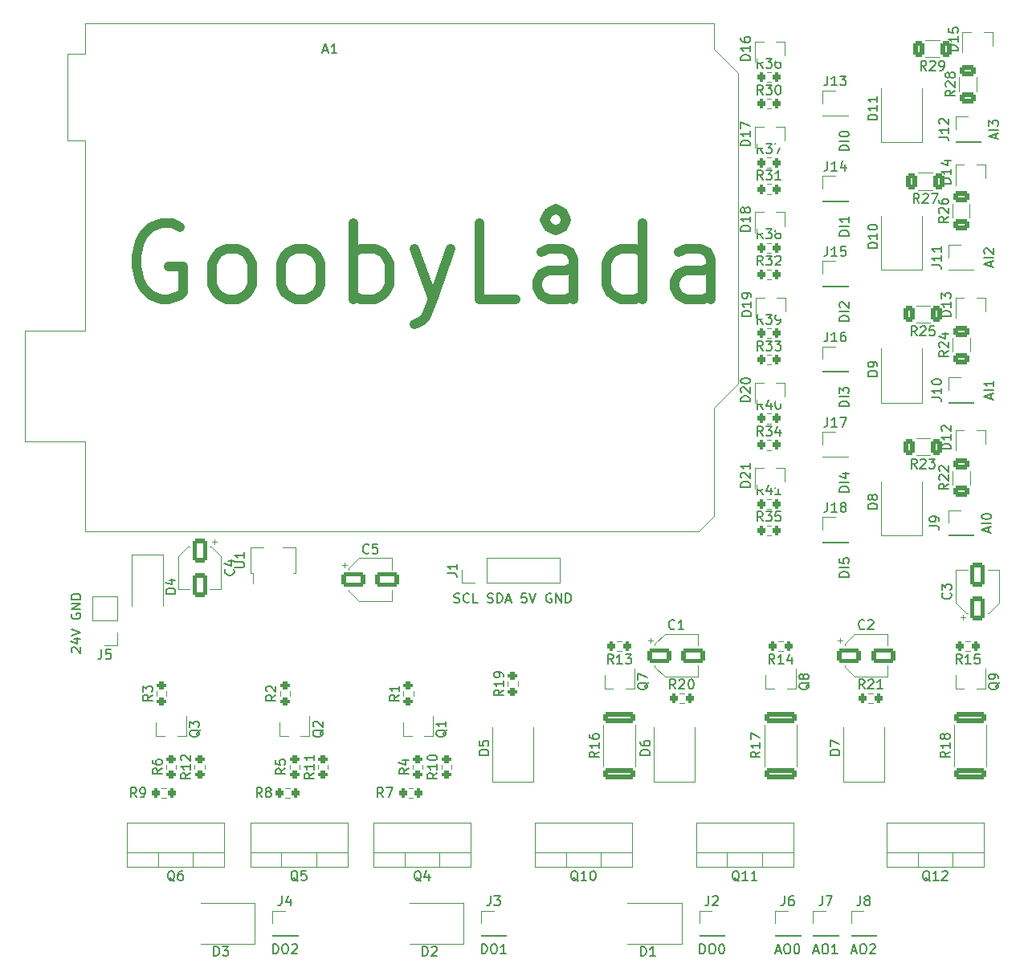
<source format=gto>
G04 #@! TF.GenerationSoftware,KiCad,Pcbnew,(6.0.7)*
G04 #@! TF.CreationDate,2022-09-16T15:01:37+02:00*
G04 #@! TF.ProjectId,Goobyl_da - Kretskort,476f6f62-796c-4e56-9461-202d204b7265,rev?*
G04 #@! TF.SameCoordinates,Original*
G04 #@! TF.FileFunction,Legend,Top*
G04 #@! TF.FilePolarity,Positive*
%FSLAX46Y46*%
G04 Gerber Fmt 4.6, Leading zero omitted, Abs format (unit mm)*
G04 Created by KiCad (PCBNEW (6.0.7)) date 2022-09-16 15:01:37*
%MOMM*%
%LPD*%
G01*
G04 APERTURE LIST*
G04 Aperture macros list*
%AMRoundRect*
0 Rectangle with rounded corners*
0 $1 Rounding radius*
0 $2 $3 $4 $5 $6 $7 $8 $9 X,Y pos of 4 corners*
0 Add a 4 corners polygon primitive as box body*
4,1,4,$2,$3,$4,$5,$6,$7,$8,$9,$2,$3,0*
0 Add four circle primitives for the rounded corners*
1,1,$1+$1,$2,$3*
1,1,$1+$1,$4,$5*
1,1,$1+$1,$6,$7*
1,1,$1+$1,$8,$9*
0 Add four rect primitives between the rounded corners*
20,1,$1+$1,$2,$3,$4,$5,0*
20,1,$1+$1,$4,$5,$6,$7,0*
20,1,$1+$1,$6,$7,$8,$9,0*
20,1,$1+$1,$8,$9,$2,$3,0*%
%AMFreePoly0*
4,1,9,3.862500,-0.866500,0.737500,-0.866500,0.737500,-0.450000,-0.737500,-0.450000,-0.737500,0.450000,0.737500,0.450000,0.737500,0.866500,3.862500,0.866500,3.862500,-0.866500,3.862500,-0.866500,$1*%
G04 Aperture macros list end*
%ADD10C,1.000000*%
%ADD11C,0.200000*%
%ADD12C,0.150000*%
%ADD13C,0.120000*%
%ADD14RoundRect,0.250000X0.312500X0.625000X-0.312500X0.625000X-0.312500X-0.625000X0.312500X-0.625000X0*%
%ADD15RoundRect,0.250000X0.625000X-0.312500X0.625000X0.312500X-0.625000X0.312500X-0.625000X-0.312500X0*%
%ADD16FreePoly0,90.000000*%
%ADD17R,0.900000X1.300000*%
%ADD18RoundRect,0.200000X-0.200000X-0.275000X0.200000X-0.275000X0.200000X0.275000X-0.200000X0.275000X0*%
%ADD19RoundRect,0.200000X0.275000X-0.200000X0.275000X0.200000X-0.275000X0.200000X-0.275000X-0.200000X0*%
%ADD20RoundRect,0.250000X1.425000X-0.362500X1.425000X0.362500X-1.425000X0.362500X-1.425000X-0.362500X0*%
%ADD21RoundRect,0.200000X0.200000X0.275000X-0.200000X0.275000X-0.200000X-0.275000X0.200000X-0.275000X0*%
%ADD22R,0.800000X0.900000*%
%ADD23R,2.300000X2.500000*%
%ADD24R,1.800000X2.500000*%
%ADD25R,2.500000X2.300000*%
%ADD26RoundRect,0.250000X-1.050000X-0.550000X1.050000X-0.550000X1.050000X0.550000X-1.050000X0.550000X0*%
%ADD27RoundRect,0.250000X-0.550000X1.050000X-0.550000X-1.050000X0.550000X-1.050000X0.550000X1.050000X0*%
%ADD28RoundRect,0.250000X0.550000X-1.050000X0.550000X1.050000X-0.550000X1.050000X-0.550000X-1.050000X0*%
%ADD29O,1.905000X2.000000*%
%ADD30R,1.905000X2.000000*%
%ADD31R,1.700000X1.700000*%
%ADD32O,1.700000X1.700000*%
%ADD33O,1.600000X1.600000*%
%ADD34R,1.600000X1.600000*%
G04 APERTURE END LIST*
D10*
X100895238Y-63800000D02*
X100133333Y-63419047D01*
X98990476Y-63419047D01*
X97847619Y-63800000D01*
X97085714Y-64561904D01*
X96704761Y-65323809D01*
X96323809Y-66847619D01*
X96323809Y-67990476D01*
X96704761Y-69514285D01*
X97085714Y-70276190D01*
X97847619Y-71038095D01*
X98990476Y-71419047D01*
X99752380Y-71419047D01*
X100895238Y-71038095D01*
X101276190Y-70657142D01*
X101276190Y-67990476D01*
X99752380Y-67990476D01*
X105847619Y-71419047D02*
X105085714Y-71038095D01*
X104704761Y-70657142D01*
X104323809Y-69895238D01*
X104323809Y-67609523D01*
X104704761Y-66847619D01*
X105085714Y-66466666D01*
X105847619Y-66085714D01*
X106990476Y-66085714D01*
X107752380Y-66466666D01*
X108133333Y-66847619D01*
X108514285Y-67609523D01*
X108514285Y-69895238D01*
X108133333Y-70657142D01*
X107752380Y-71038095D01*
X106990476Y-71419047D01*
X105847619Y-71419047D01*
X113085714Y-71419047D02*
X112323809Y-71038095D01*
X111942857Y-70657142D01*
X111561904Y-69895238D01*
X111561904Y-67609523D01*
X111942857Y-66847619D01*
X112323809Y-66466666D01*
X113085714Y-66085714D01*
X114228571Y-66085714D01*
X114990476Y-66466666D01*
X115371428Y-66847619D01*
X115752380Y-67609523D01*
X115752380Y-69895238D01*
X115371428Y-70657142D01*
X114990476Y-71038095D01*
X114228571Y-71419047D01*
X113085714Y-71419047D01*
X119180952Y-71419047D02*
X119180952Y-63419047D01*
X119180952Y-66466666D02*
X119942857Y-66085714D01*
X121466666Y-66085714D01*
X122228571Y-66466666D01*
X122609523Y-66847619D01*
X122990476Y-67609523D01*
X122990476Y-69895238D01*
X122609523Y-70657142D01*
X122228571Y-71038095D01*
X121466666Y-71419047D01*
X119942857Y-71419047D01*
X119180952Y-71038095D01*
X125657142Y-66085714D02*
X127561904Y-71419047D01*
X129466666Y-66085714D02*
X127561904Y-71419047D01*
X126800000Y-73323809D01*
X126419047Y-73704761D01*
X125657142Y-74085714D01*
X136323809Y-71419047D02*
X132514285Y-71419047D01*
X132514285Y-63419047D01*
X142419047Y-71419047D02*
X142419047Y-67228571D01*
X142038095Y-66466666D01*
X141276190Y-66085714D01*
X139752380Y-66085714D01*
X138990476Y-66466666D01*
X142419047Y-71038095D02*
X141657142Y-71419047D01*
X139752380Y-71419047D01*
X138990476Y-71038095D01*
X138609523Y-70276190D01*
X138609523Y-69514285D01*
X138990476Y-68752380D01*
X139752380Y-68371428D01*
X141657142Y-68371428D01*
X142419047Y-67990476D01*
X140514285Y-64180952D02*
X139752380Y-63800000D01*
X139371428Y-63038095D01*
X139752380Y-62276190D01*
X140514285Y-61895238D01*
X141276190Y-62276190D01*
X141657142Y-63038095D01*
X141276190Y-63800000D01*
X140514285Y-64180952D01*
X149657142Y-71419047D02*
X149657142Y-63419047D01*
X149657142Y-71038095D02*
X148895238Y-71419047D01*
X147371428Y-71419047D01*
X146609523Y-71038095D01*
X146228571Y-70657142D01*
X145847619Y-69895238D01*
X145847619Y-67609523D01*
X146228571Y-66847619D01*
X146609523Y-66466666D01*
X147371428Y-66085714D01*
X148895238Y-66085714D01*
X149657142Y-66466666D01*
X156895238Y-71419047D02*
X156895238Y-67228571D01*
X156514285Y-66466666D01*
X155752380Y-66085714D01*
X154228571Y-66085714D01*
X153466666Y-66466666D01*
X156895238Y-71038095D02*
X156133333Y-71419047D01*
X154228571Y-71419047D01*
X153466666Y-71038095D01*
X153085714Y-70276190D01*
X153085714Y-69514285D01*
X153466666Y-68752380D01*
X154228571Y-68371428D01*
X156133333Y-68371428D01*
X156895238Y-67990476D01*
D11*
X171452380Y-55726190D02*
X170452380Y-55726190D01*
X170452380Y-55488095D01*
X170500000Y-55345238D01*
X170595238Y-55250000D01*
X170690476Y-55202380D01*
X170880952Y-55154761D01*
X171023809Y-55154761D01*
X171214285Y-55202380D01*
X171309523Y-55250000D01*
X171404761Y-55345238D01*
X171452380Y-55488095D01*
X171452380Y-55726190D01*
X171452380Y-54726190D02*
X170452380Y-54726190D01*
X170452380Y-54059523D02*
X170452380Y-53964285D01*
X170500000Y-53869047D01*
X170547619Y-53821428D01*
X170642857Y-53773809D01*
X170833333Y-53726190D01*
X171071428Y-53726190D01*
X171261904Y-53773809D01*
X171357142Y-53821428D01*
X171404761Y-53869047D01*
X171452380Y-53964285D01*
X171452380Y-54059523D01*
X171404761Y-54154761D01*
X171357142Y-54202380D01*
X171261904Y-54250000D01*
X171071428Y-54297619D01*
X170833333Y-54297619D01*
X170642857Y-54250000D01*
X170547619Y-54202380D01*
X170500000Y-54154761D01*
X170452380Y-54059523D01*
X171761904Y-140166666D02*
X172238095Y-140166666D01*
X171666666Y-140452380D02*
X172000000Y-139452380D01*
X172333333Y-140452380D01*
X172857142Y-139452380D02*
X173047619Y-139452380D01*
X173142857Y-139500000D01*
X173238095Y-139595238D01*
X173285714Y-139785714D01*
X173285714Y-140119047D01*
X173238095Y-140309523D01*
X173142857Y-140404761D01*
X173047619Y-140452380D01*
X172857142Y-140452380D01*
X172761904Y-140404761D01*
X172666666Y-140309523D01*
X172619047Y-140119047D01*
X172619047Y-139785714D01*
X172666666Y-139595238D01*
X172761904Y-139500000D01*
X172857142Y-139452380D01*
X173666666Y-139547619D02*
X173714285Y-139500000D01*
X173809523Y-139452380D01*
X174047619Y-139452380D01*
X174142857Y-139500000D01*
X174190476Y-139547619D01*
X174238095Y-139642857D01*
X174238095Y-139738095D01*
X174190476Y-139880952D01*
X173619047Y-140452380D01*
X174238095Y-140452380D01*
X167761904Y-140166666D02*
X168238095Y-140166666D01*
X167666666Y-140452380D02*
X168000000Y-139452380D01*
X168333333Y-140452380D01*
X168857142Y-139452380D02*
X169047619Y-139452380D01*
X169142857Y-139500000D01*
X169238095Y-139595238D01*
X169285714Y-139785714D01*
X169285714Y-140119047D01*
X169238095Y-140309523D01*
X169142857Y-140404761D01*
X169047619Y-140452380D01*
X168857142Y-140452380D01*
X168761904Y-140404761D01*
X168666666Y-140309523D01*
X168619047Y-140119047D01*
X168619047Y-139785714D01*
X168666666Y-139595238D01*
X168761904Y-139500000D01*
X168857142Y-139452380D01*
X170238095Y-140452380D02*
X169666666Y-140452380D01*
X169952380Y-140452380D02*
X169952380Y-139452380D01*
X169857142Y-139595238D01*
X169761904Y-139690476D01*
X169666666Y-139738095D01*
X171452380Y-100726190D02*
X170452380Y-100726190D01*
X170452380Y-100488095D01*
X170500000Y-100345238D01*
X170595238Y-100250000D01*
X170690476Y-100202380D01*
X170880952Y-100154761D01*
X171023809Y-100154761D01*
X171214285Y-100202380D01*
X171309523Y-100250000D01*
X171404761Y-100345238D01*
X171452380Y-100488095D01*
X171452380Y-100726190D01*
X171452380Y-99726190D02*
X170452380Y-99726190D01*
X170452380Y-98773809D02*
X170452380Y-99250000D01*
X170928571Y-99297619D01*
X170880952Y-99250000D01*
X170833333Y-99154761D01*
X170833333Y-98916666D01*
X170880952Y-98821428D01*
X170928571Y-98773809D01*
X171023809Y-98726190D01*
X171261904Y-98726190D01*
X171357142Y-98773809D01*
X171404761Y-98821428D01*
X171452380Y-98916666D01*
X171452380Y-99154761D01*
X171404761Y-99250000D01*
X171357142Y-99297619D01*
X171452380Y-91726190D02*
X170452380Y-91726190D01*
X170452380Y-91488095D01*
X170500000Y-91345238D01*
X170595238Y-91250000D01*
X170690476Y-91202380D01*
X170880952Y-91154761D01*
X171023809Y-91154761D01*
X171214285Y-91202380D01*
X171309523Y-91250000D01*
X171404761Y-91345238D01*
X171452380Y-91488095D01*
X171452380Y-91726190D01*
X171452380Y-90726190D02*
X170452380Y-90726190D01*
X170785714Y-89821428D02*
X171452380Y-89821428D01*
X170404761Y-90059523D02*
X171119047Y-90297619D01*
X171119047Y-89678571D01*
X171452380Y-82726190D02*
X170452380Y-82726190D01*
X170452380Y-82488095D01*
X170500000Y-82345238D01*
X170595238Y-82250000D01*
X170690476Y-82202380D01*
X170880952Y-82154761D01*
X171023809Y-82154761D01*
X171214285Y-82202380D01*
X171309523Y-82250000D01*
X171404761Y-82345238D01*
X171452380Y-82488095D01*
X171452380Y-82726190D01*
X171452380Y-81726190D02*
X170452380Y-81726190D01*
X170452380Y-81345238D02*
X170452380Y-80726190D01*
X170833333Y-81059523D01*
X170833333Y-80916666D01*
X170880952Y-80821428D01*
X170928571Y-80773809D01*
X171023809Y-80726190D01*
X171261904Y-80726190D01*
X171357142Y-80773809D01*
X171404761Y-80821428D01*
X171452380Y-80916666D01*
X171452380Y-81202380D01*
X171404761Y-81297619D01*
X171357142Y-81345238D01*
X171452380Y-64726190D02*
X170452380Y-64726190D01*
X170452380Y-64488095D01*
X170500000Y-64345238D01*
X170595238Y-64250000D01*
X170690476Y-64202380D01*
X170880952Y-64154761D01*
X171023809Y-64154761D01*
X171214285Y-64202380D01*
X171309523Y-64250000D01*
X171404761Y-64345238D01*
X171452380Y-64488095D01*
X171452380Y-64726190D01*
X171452380Y-63726190D02*
X170452380Y-63726190D01*
X171452380Y-62726190D02*
X171452380Y-63297619D01*
X171452380Y-63011904D02*
X170452380Y-63011904D01*
X170595238Y-63107142D01*
X170690476Y-63202380D01*
X170738095Y-63297619D01*
X171452380Y-73726190D02*
X170452380Y-73726190D01*
X170452380Y-73488095D01*
X170500000Y-73345238D01*
X170595238Y-73250000D01*
X170690476Y-73202380D01*
X170880952Y-73154761D01*
X171023809Y-73154761D01*
X171214285Y-73202380D01*
X171309523Y-73250000D01*
X171404761Y-73345238D01*
X171452380Y-73488095D01*
X171452380Y-73726190D01*
X171452380Y-72726190D02*
X170452380Y-72726190D01*
X170547619Y-72297619D02*
X170500000Y-72250000D01*
X170452380Y-72154761D01*
X170452380Y-71916666D01*
X170500000Y-71821428D01*
X170547619Y-71773809D01*
X170642857Y-71726190D01*
X170738095Y-71726190D01*
X170880952Y-71773809D01*
X171452380Y-72345238D01*
X171452380Y-71726190D01*
X186916666Y-54452380D02*
X186916666Y-53976190D01*
X187202380Y-54547619D02*
X186202380Y-54214285D01*
X187202380Y-53880952D01*
X187202380Y-53547619D02*
X186202380Y-53547619D01*
X186202380Y-53166666D02*
X186202380Y-52547619D01*
X186583333Y-52880952D01*
X186583333Y-52738095D01*
X186630952Y-52642857D01*
X186678571Y-52595238D01*
X186773809Y-52547619D01*
X187011904Y-52547619D01*
X187107142Y-52595238D01*
X187154761Y-52642857D01*
X187202380Y-52738095D01*
X187202380Y-53023809D01*
X187154761Y-53119047D01*
X187107142Y-53166666D01*
X186416666Y-81952380D02*
X186416666Y-81476190D01*
X186702380Y-82047619D02*
X185702380Y-81714285D01*
X186702380Y-81380952D01*
X186702380Y-81047619D02*
X185702380Y-81047619D01*
X186702380Y-80047619D02*
X186702380Y-80619047D01*
X186702380Y-80333333D02*
X185702380Y-80333333D01*
X185845238Y-80428571D01*
X185940476Y-80523809D01*
X185988095Y-80619047D01*
X110738095Y-140452380D02*
X110738095Y-139452380D01*
X110976190Y-139452380D01*
X111119047Y-139500000D01*
X111214285Y-139595238D01*
X111261904Y-139690476D01*
X111309523Y-139880952D01*
X111309523Y-140023809D01*
X111261904Y-140214285D01*
X111214285Y-140309523D01*
X111119047Y-140404761D01*
X110976190Y-140452380D01*
X110738095Y-140452380D01*
X111928571Y-139452380D02*
X112119047Y-139452380D01*
X112214285Y-139500000D01*
X112309523Y-139595238D01*
X112357142Y-139785714D01*
X112357142Y-140119047D01*
X112309523Y-140309523D01*
X112214285Y-140404761D01*
X112119047Y-140452380D01*
X111928571Y-140452380D01*
X111833333Y-140404761D01*
X111738095Y-140309523D01*
X111690476Y-140119047D01*
X111690476Y-139785714D01*
X111738095Y-139595238D01*
X111833333Y-139500000D01*
X111928571Y-139452380D01*
X112738095Y-139547619D02*
X112785714Y-139500000D01*
X112880952Y-139452380D01*
X113119047Y-139452380D01*
X113214285Y-139500000D01*
X113261904Y-139547619D01*
X113309523Y-139642857D01*
X113309523Y-139738095D01*
X113261904Y-139880952D01*
X112690476Y-140452380D01*
X113309523Y-140452380D01*
X163761904Y-140166666D02*
X164238095Y-140166666D01*
X163666666Y-140452380D02*
X164000000Y-139452380D01*
X164333333Y-140452380D01*
X164857142Y-139452380D02*
X165047619Y-139452380D01*
X165142857Y-139500000D01*
X165238095Y-139595238D01*
X165285714Y-139785714D01*
X165285714Y-140119047D01*
X165238095Y-140309523D01*
X165142857Y-140404761D01*
X165047619Y-140452380D01*
X164857142Y-140452380D01*
X164761904Y-140404761D01*
X164666666Y-140309523D01*
X164619047Y-140119047D01*
X164619047Y-139785714D01*
X164666666Y-139595238D01*
X164761904Y-139500000D01*
X164857142Y-139452380D01*
X165904761Y-139452380D02*
X166000000Y-139452380D01*
X166095238Y-139500000D01*
X166142857Y-139547619D01*
X166190476Y-139642857D01*
X166238095Y-139833333D01*
X166238095Y-140071428D01*
X166190476Y-140261904D01*
X166142857Y-140357142D01*
X166095238Y-140404761D01*
X166000000Y-140452380D01*
X165904761Y-140452380D01*
X165809523Y-140404761D01*
X165761904Y-140357142D01*
X165714285Y-140261904D01*
X165666666Y-140071428D01*
X165666666Y-139833333D01*
X165714285Y-139642857D01*
X165761904Y-139547619D01*
X165809523Y-139500000D01*
X165904761Y-139452380D01*
X155738095Y-140452380D02*
X155738095Y-139452380D01*
X155976190Y-139452380D01*
X156119047Y-139500000D01*
X156214285Y-139595238D01*
X156261904Y-139690476D01*
X156309523Y-139880952D01*
X156309523Y-140023809D01*
X156261904Y-140214285D01*
X156214285Y-140309523D01*
X156119047Y-140404761D01*
X155976190Y-140452380D01*
X155738095Y-140452380D01*
X156928571Y-139452380D02*
X157119047Y-139452380D01*
X157214285Y-139500000D01*
X157309523Y-139595238D01*
X157357142Y-139785714D01*
X157357142Y-140119047D01*
X157309523Y-140309523D01*
X157214285Y-140404761D01*
X157119047Y-140452380D01*
X156928571Y-140452380D01*
X156833333Y-140404761D01*
X156738095Y-140309523D01*
X156690476Y-140119047D01*
X156690476Y-139785714D01*
X156738095Y-139595238D01*
X156833333Y-139500000D01*
X156928571Y-139452380D01*
X157976190Y-139452380D02*
X158071428Y-139452380D01*
X158166666Y-139500000D01*
X158214285Y-139547619D01*
X158261904Y-139642857D01*
X158309523Y-139833333D01*
X158309523Y-140071428D01*
X158261904Y-140261904D01*
X158214285Y-140357142D01*
X158166666Y-140404761D01*
X158071428Y-140452380D01*
X157976190Y-140452380D01*
X157880952Y-140404761D01*
X157833333Y-140357142D01*
X157785714Y-140261904D01*
X157738095Y-140071428D01*
X157738095Y-139833333D01*
X157785714Y-139642857D01*
X157833333Y-139547619D01*
X157880952Y-139500000D01*
X157976190Y-139452380D01*
X186166666Y-95952380D02*
X186166666Y-95476190D01*
X186452380Y-96047619D02*
X185452380Y-95714285D01*
X186452380Y-95380952D01*
X186452380Y-95047619D02*
X185452380Y-95047619D01*
X185452380Y-94380952D02*
X185452380Y-94285714D01*
X185500000Y-94190476D01*
X185547619Y-94142857D01*
X185642857Y-94095238D01*
X185833333Y-94047619D01*
X186071428Y-94047619D01*
X186261904Y-94095238D01*
X186357142Y-94142857D01*
X186404761Y-94190476D01*
X186452380Y-94285714D01*
X186452380Y-94380952D01*
X186404761Y-94476190D01*
X186357142Y-94523809D01*
X186261904Y-94571428D01*
X186071428Y-94619047D01*
X185833333Y-94619047D01*
X185642857Y-94571428D01*
X185547619Y-94523809D01*
X185500000Y-94476190D01*
X185452380Y-94380952D01*
X132738095Y-140452380D02*
X132738095Y-139452380D01*
X132976190Y-139452380D01*
X133119047Y-139500000D01*
X133214285Y-139595238D01*
X133261904Y-139690476D01*
X133309523Y-139880952D01*
X133309523Y-140023809D01*
X133261904Y-140214285D01*
X133214285Y-140309523D01*
X133119047Y-140404761D01*
X132976190Y-140452380D01*
X132738095Y-140452380D01*
X133928571Y-139452380D02*
X134119047Y-139452380D01*
X134214285Y-139500000D01*
X134309523Y-139595238D01*
X134357142Y-139785714D01*
X134357142Y-140119047D01*
X134309523Y-140309523D01*
X134214285Y-140404761D01*
X134119047Y-140452380D01*
X133928571Y-140452380D01*
X133833333Y-140404761D01*
X133738095Y-140309523D01*
X133690476Y-140119047D01*
X133690476Y-139785714D01*
X133738095Y-139595238D01*
X133833333Y-139500000D01*
X133928571Y-139452380D01*
X135309523Y-140452380D02*
X134738095Y-140452380D01*
X135023809Y-140452380D02*
X135023809Y-139452380D01*
X134928571Y-139595238D01*
X134833333Y-139690476D01*
X134738095Y-139738095D01*
X186416666Y-67952380D02*
X186416666Y-67476190D01*
X186702380Y-68047619D02*
X185702380Y-67714285D01*
X186702380Y-67380952D01*
X186702380Y-67047619D02*
X185702380Y-67047619D01*
X185797619Y-66619047D02*
X185750000Y-66571428D01*
X185702380Y-66476190D01*
X185702380Y-66238095D01*
X185750000Y-66142857D01*
X185797619Y-66095238D01*
X185892857Y-66047619D01*
X185988095Y-66047619D01*
X186130952Y-66095238D01*
X186702380Y-66666666D01*
X186702380Y-66047619D01*
X89547619Y-108695238D02*
X89500000Y-108647619D01*
X89452380Y-108552380D01*
X89452380Y-108314285D01*
X89500000Y-108219047D01*
X89547619Y-108171428D01*
X89642857Y-108123809D01*
X89738095Y-108123809D01*
X89880952Y-108171428D01*
X90452380Y-108742857D01*
X90452380Y-108123809D01*
X89785714Y-107266666D02*
X90452380Y-107266666D01*
X89404761Y-107504761D02*
X90119047Y-107742857D01*
X90119047Y-107123809D01*
X89452380Y-106885714D02*
X90452380Y-106552380D01*
X89452380Y-106219047D01*
X89500000Y-104600000D02*
X89452380Y-104695238D01*
X89452380Y-104838095D01*
X89500000Y-104980952D01*
X89595238Y-105076190D01*
X89690476Y-105123809D01*
X89880952Y-105171428D01*
X90023809Y-105171428D01*
X90214285Y-105123809D01*
X90309523Y-105076190D01*
X90404761Y-104980952D01*
X90452380Y-104838095D01*
X90452380Y-104742857D01*
X90404761Y-104600000D01*
X90357142Y-104552380D01*
X90023809Y-104552380D01*
X90023809Y-104742857D01*
X90452380Y-104123809D02*
X89452380Y-104123809D01*
X90452380Y-103552380D01*
X89452380Y-103552380D01*
X90452380Y-103076190D02*
X89452380Y-103076190D01*
X89452380Y-102838095D01*
X89500000Y-102695238D01*
X89595238Y-102600000D01*
X89690476Y-102552380D01*
X89880952Y-102504761D01*
X90023809Y-102504761D01*
X90214285Y-102552380D01*
X90309523Y-102600000D01*
X90404761Y-102695238D01*
X90452380Y-102838095D01*
X90452380Y-103076190D01*
X129833333Y-103404761D02*
X129976190Y-103452380D01*
X130214285Y-103452380D01*
X130309523Y-103404761D01*
X130357142Y-103357142D01*
X130404761Y-103261904D01*
X130404761Y-103166666D01*
X130357142Y-103071428D01*
X130309523Y-103023809D01*
X130214285Y-102976190D01*
X130023809Y-102928571D01*
X129928571Y-102880952D01*
X129880952Y-102833333D01*
X129833333Y-102738095D01*
X129833333Y-102642857D01*
X129880952Y-102547619D01*
X129928571Y-102500000D01*
X130023809Y-102452380D01*
X130261904Y-102452380D01*
X130404761Y-102500000D01*
X131404761Y-103357142D02*
X131357142Y-103404761D01*
X131214285Y-103452380D01*
X131119047Y-103452380D01*
X130976190Y-103404761D01*
X130880952Y-103309523D01*
X130833333Y-103214285D01*
X130785714Y-103023809D01*
X130785714Y-102880952D01*
X130833333Y-102690476D01*
X130880952Y-102595238D01*
X130976190Y-102500000D01*
X131119047Y-102452380D01*
X131214285Y-102452380D01*
X131357142Y-102500000D01*
X131404761Y-102547619D01*
X132309523Y-103452380D02*
X131833333Y-103452380D01*
X131833333Y-102452380D01*
X133357142Y-103404761D02*
X133500000Y-103452380D01*
X133738095Y-103452380D01*
X133833333Y-103404761D01*
X133880952Y-103357142D01*
X133928571Y-103261904D01*
X133928571Y-103166666D01*
X133880952Y-103071428D01*
X133833333Y-103023809D01*
X133738095Y-102976190D01*
X133547619Y-102928571D01*
X133452380Y-102880952D01*
X133404761Y-102833333D01*
X133357142Y-102738095D01*
X133357142Y-102642857D01*
X133404761Y-102547619D01*
X133452380Y-102500000D01*
X133547619Y-102452380D01*
X133785714Y-102452380D01*
X133928571Y-102500000D01*
X134357142Y-103452380D02*
X134357142Y-102452380D01*
X134595238Y-102452380D01*
X134738095Y-102500000D01*
X134833333Y-102595238D01*
X134880952Y-102690476D01*
X134928571Y-102880952D01*
X134928571Y-103023809D01*
X134880952Y-103214285D01*
X134833333Y-103309523D01*
X134738095Y-103404761D01*
X134595238Y-103452380D01*
X134357142Y-103452380D01*
X135309523Y-103166666D02*
X135785714Y-103166666D01*
X135214285Y-103452380D02*
X135547619Y-102452380D01*
X135880952Y-103452380D01*
X137452380Y-102452380D02*
X136976190Y-102452380D01*
X136928571Y-102928571D01*
X136976190Y-102880952D01*
X137071428Y-102833333D01*
X137309523Y-102833333D01*
X137404761Y-102880952D01*
X137452380Y-102928571D01*
X137500000Y-103023809D01*
X137500000Y-103261904D01*
X137452380Y-103357142D01*
X137404761Y-103404761D01*
X137309523Y-103452380D01*
X137071428Y-103452380D01*
X136976190Y-103404761D01*
X136928571Y-103357142D01*
X137785714Y-102452380D02*
X138119047Y-103452380D01*
X138452380Y-102452380D01*
X140071428Y-102500000D02*
X139976190Y-102452380D01*
X139833333Y-102452380D01*
X139690476Y-102500000D01*
X139595238Y-102595238D01*
X139547619Y-102690476D01*
X139500000Y-102880952D01*
X139500000Y-103023809D01*
X139547619Y-103214285D01*
X139595238Y-103309523D01*
X139690476Y-103404761D01*
X139833333Y-103452380D01*
X139928571Y-103452380D01*
X140071428Y-103404761D01*
X140119047Y-103357142D01*
X140119047Y-103023809D01*
X139928571Y-103023809D01*
X140547619Y-103452380D02*
X140547619Y-102452380D01*
X141119047Y-103452380D01*
X141119047Y-102452380D01*
X141595238Y-103452380D02*
X141595238Y-102452380D01*
X141833333Y-102452380D01*
X141976190Y-102500000D01*
X142071428Y-102595238D01*
X142119047Y-102690476D01*
X142166666Y-102880952D01*
X142166666Y-103023809D01*
X142119047Y-103214285D01*
X142071428Y-103309523D01*
X141976190Y-103404761D01*
X141833333Y-103452380D01*
X141595238Y-103452380D01*
D12*
X179607142Y-47272380D02*
X179273809Y-46796190D01*
X179035714Y-47272380D02*
X179035714Y-46272380D01*
X179416666Y-46272380D01*
X179511904Y-46320000D01*
X179559523Y-46367619D01*
X179607142Y-46462857D01*
X179607142Y-46605714D01*
X179559523Y-46700952D01*
X179511904Y-46748571D01*
X179416666Y-46796190D01*
X179035714Y-46796190D01*
X179988095Y-46367619D02*
X180035714Y-46320000D01*
X180130952Y-46272380D01*
X180369047Y-46272380D01*
X180464285Y-46320000D01*
X180511904Y-46367619D01*
X180559523Y-46462857D01*
X180559523Y-46558095D01*
X180511904Y-46700952D01*
X179940476Y-47272380D01*
X180559523Y-47272380D01*
X181035714Y-47272380D02*
X181226190Y-47272380D01*
X181321428Y-47224761D01*
X181369047Y-47177142D01*
X181464285Y-47034285D01*
X181511904Y-46843809D01*
X181511904Y-46462857D01*
X181464285Y-46367619D01*
X181416666Y-46320000D01*
X181321428Y-46272380D01*
X181130952Y-46272380D01*
X181035714Y-46320000D01*
X180988095Y-46367619D01*
X180940476Y-46462857D01*
X180940476Y-46700952D01*
X180988095Y-46796190D01*
X181035714Y-46843809D01*
X181130952Y-46891428D01*
X181321428Y-46891428D01*
X181416666Y-46843809D01*
X181464285Y-46796190D01*
X181511904Y-46700952D01*
X182632380Y-49392857D02*
X182156190Y-49726190D01*
X182632380Y-49964285D02*
X181632380Y-49964285D01*
X181632380Y-49583333D01*
X181680000Y-49488095D01*
X181727619Y-49440476D01*
X181822857Y-49392857D01*
X181965714Y-49392857D01*
X182060952Y-49440476D01*
X182108571Y-49488095D01*
X182156190Y-49583333D01*
X182156190Y-49964285D01*
X181727619Y-49011904D02*
X181680000Y-48964285D01*
X181632380Y-48869047D01*
X181632380Y-48630952D01*
X181680000Y-48535714D01*
X181727619Y-48488095D01*
X181822857Y-48440476D01*
X181918095Y-48440476D01*
X182060952Y-48488095D01*
X182632380Y-49059523D01*
X182632380Y-48440476D01*
X182060952Y-47869047D02*
X182013333Y-47964285D01*
X181965714Y-48011904D01*
X181870476Y-48059523D01*
X181822857Y-48059523D01*
X181727619Y-48011904D01*
X181680000Y-47964285D01*
X181632380Y-47869047D01*
X181632380Y-47678571D01*
X181680000Y-47583333D01*
X181727619Y-47535714D01*
X181822857Y-47488095D01*
X181870476Y-47488095D01*
X181965714Y-47535714D01*
X182013333Y-47583333D01*
X182060952Y-47678571D01*
X182060952Y-47869047D01*
X182108571Y-47964285D01*
X182156190Y-48011904D01*
X182251428Y-48059523D01*
X182441904Y-48059523D01*
X182537142Y-48011904D01*
X182584761Y-47964285D01*
X182632380Y-47869047D01*
X182632380Y-47678571D01*
X182584761Y-47583333D01*
X182537142Y-47535714D01*
X182441904Y-47488095D01*
X182251428Y-47488095D01*
X182156190Y-47535714D01*
X182108571Y-47583333D01*
X182060952Y-47678571D01*
X178857142Y-61272380D02*
X178523809Y-60796190D01*
X178285714Y-61272380D02*
X178285714Y-60272380D01*
X178666666Y-60272380D01*
X178761904Y-60320000D01*
X178809523Y-60367619D01*
X178857142Y-60462857D01*
X178857142Y-60605714D01*
X178809523Y-60700952D01*
X178761904Y-60748571D01*
X178666666Y-60796190D01*
X178285714Y-60796190D01*
X179238095Y-60367619D02*
X179285714Y-60320000D01*
X179380952Y-60272380D01*
X179619047Y-60272380D01*
X179714285Y-60320000D01*
X179761904Y-60367619D01*
X179809523Y-60462857D01*
X179809523Y-60558095D01*
X179761904Y-60700952D01*
X179190476Y-61272380D01*
X179809523Y-61272380D01*
X180142857Y-60272380D02*
X180809523Y-60272380D01*
X180380952Y-61272380D01*
X181912380Y-62732857D02*
X181436190Y-63066190D01*
X181912380Y-63304285D02*
X180912380Y-63304285D01*
X180912380Y-62923333D01*
X180960000Y-62828095D01*
X181007619Y-62780476D01*
X181102857Y-62732857D01*
X181245714Y-62732857D01*
X181340952Y-62780476D01*
X181388571Y-62828095D01*
X181436190Y-62923333D01*
X181436190Y-63304285D01*
X181007619Y-62351904D02*
X180960000Y-62304285D01*
X180912380Y-62209047D01*
X180912380Y-61970952D01*
X180960000Y-61875714D01*
X181007619Y-61828095D01*
X181102857Y-61780476D01*
X181198095Y-61780476D01*
X181340952Y-61828095D01*
X181912380Y-62399523D01*
X181912380Y-61780476D01*
X180912380Y-60923333D02*
X180912380Y-61113809D01*
X180960000Y-61209047D01*
X181007619Y-61256666D01*
X181150476Y-61351904D01*
X181340952Y-61399523D01*
X181721904Y-61399523D01*
X181817142Y-61351904D01*
X181864761Y-61304285D01*
X181912380Y-61209047D01*
X181912380Y-61018571D01*
X181864761Y-60923333D01*
X181817142Y-60875714D01*
X181721904Y-60828095D01*
X181483809Y-60828095D01*
X181388571Y-60875714D01*
X181340952Y-60923333D01*
X181293333Y-61018571D01*
X181293333Y-61209047D01*
X181340952Y-61304285D01*
X181388571Y-61351904D01*
X181483809Y-61399523D01*
X178607142Y-75272380D02*
X178273809Y-74796190D01*
X178035714Y-75272380D02*
X178035714Y-74272380D01*
X178416666Y-74272380D01*
X178511904Y-74320000D01*
X178559523Y-74367619D01*
X178607142Y-74462857D01*
X178607142Y-74605714D01*
X178559523Y-74700952D01*
X178511904Y-74748571D01*
X178416666Y-74796190D01*
X178035714Y-74796190D01*
X178988095Y-74367619D02*
X179035714Y-74320000D01*
X179130952Y-74272380D01*
X179369047Y-74272380D01*
X179464285Y-74320000D01*
X179511904Y-74367619D01*
X179559523Y-74462857D01*
X179559523Y-74558095D01*
X179511904Y-74700952D01*
X178940476Y-75272380D01*
X179559523Y-75272380D01*
X180464285Y-74272380D02*
X179988095Y-74272380D01*
X179940476Y-74748571D01*
X179988095Y-74700952D01*
X180083333Y-74653333D01*
X180321428Y-74653333D01*
X180416666Y-74700952D01*
X180464285Y-74748571D01*
X180511904Y-74843809D01*
X180511904Y-75081904D01*
X180464285Y-75177142D01*
X180416666Y-75224761D01*
X180321428Y-75272380D01*
X180083333Y-75272380D01*
X179988095Y-75224761D01*
X179940476Y-75177142D01*
X181942380Y-76892857D02*
X181466190Y-77226190D01*
X181942380Y-77464285D02*
X180942380Y-77464285D01*
X180942380Y-77083333D01*
X180990000Y-76988095D01*
X181037619Y-76940476D01*
X181132857Y-76892857D01*
X181275714Y-76892857D01*
X181370952Y-76940476D01*
X181418571Y-76988095D01*
X181466190Y-77083333D01*
X181466190Y-77464285D01*
X181037619Y-76511904D02*
X180990000Y-76464285D01*
X180942380Y-76369047D01*
X180942380Y-76130952D01*
X180990000Y-76035714D01*
X181037619Y-75988095D01*
X181132857Y-75940476D01*
X181228095Y-75940476D01*
X181370952Y-75988095D01*
X181942380Y-76559523D01*
X181942380Y-75940476D01*
X181275714Y-75083333D02*
X181942380Y-75083333D01*
X180894761Y-75321428D02*
X181609047Y-75559523D01*
X181609047Y-74940476D01*
X178607142Y-89272380D02*
X178273809Y-88796190D01*
X178035714Y-89272380D02*
X178035714Y-88272380D01*
X178416666Y-88272380D01*
X178511904Y-88320000D01*
X178559523Y-88367619D01*
X178607142Y-88462857D01*
X178607142Y-88605714D01*
X178559523Y-88700952D01*
X178511904Y-88748571D01*
X178416666Y-88796190D01*
X178035714Y-88796190D01*
X178988095Y-88367619D02*
X179035714Y-88320000D01*
X179130952Y-88272380D01*
X179369047Y-88272380D01*
X179464285Y-88320000D01*
X179511904Y-88367619D01*
X179559523Y-88462857D01*
X179559523Y-88558095D01*
X179511904Y-88700952D01*
X178940476Y-89272380D01*
X179559523Y-89272380D01*
X179892857Y-88272380D02*
X180511904Y-88272380D01*
X180178571Y-88653333D01*
X180321428Y-88653333D01*
X180416666Y-88700952D01*
X180464285Y-88748571D01*
X180511904Y-88843809D01*
X180511904Y-89081904D01*
X180464285Y-89177142D01*
X180416666Y-89224761D01*
X180321428Y-89272380D01*
X180035714Y-89272380D01*
X179940476Y-89224761D01*
X179892857Y-89177142D01*
X181942380Y-90892857D02*
X181466190Y-91226190D01*
X181942380Y-91464285D02*
X180942380Y-91464285D01*
X180942380Y-91083333D01*
X180990000Y-90988095D01*
X181037619Y-90940476D01*
X181132857Y-90892857D01*
X181275714Y-90892857D01*
X181370952Y-90940476D01*
X181418571Y-90988095D01*
X181466190Y-91083333D01*
X181466190Y-91464285D01*
X181037619Y-90511904D02*
X180990000Y-90464285D01*
X180942380Y-90369047D01*
X180942380Y-90130952D01*
X180990000Y-90035714D01*
X181037619Y-89988095D01*
X181132857Y-89940476D01*
X181228095Y-89940476D01*
X181370952Y-89988095D01*
X181942380Y-90559523D01*
X181942380Y-89940476D01*
X181037619Y-89559523D02*
X180990000Y-89511904D01*
X180942380Y-89416666D01*
X180942380Y-89178571D01*
X180990000Y-89083333D01*
X181037619Y-89035714D01*
X181132857Y-88988095D01*
X181228095Y-88988095D01*
X181370952Y-89035714D01*
X181942380Y-89607142D01*
X181942380Y-88988095D01*
X106702380Y-99711904D02*
X107511904Y-99711904D01*
X107607142Y-99664285D01*
X107654761Y-99616666D01*
X107702380Y-99521428D01*
X107702380Y-99330952D01*
X107654761Y-99235714D01*
X107607142Y-99188095D01*
X107511904Y-99140476D01*
X106702380Y-99140476D01*
X107702380Y-98140476D02*
X107702380Y-98711904D01*
X107702380Y-98426190D02*
X106702380Y-98426190D01*
X106845238Y-98521428D01*
X106940476Y-98616666D01*
X106988095Y-98711904D01*
X162367142Y-92032380D02*
X162033809Y-91556190D01*
X161795714Y-92032380D02*
X161795714Y-91032380D01*
X162176666Y-91032380D01*
X162271904Y-91080000D01*
X162319523Y-91127619D01*
X162367142Y-91222857D01*
X162367142Y-91365714D01*
X162319523Y-91460952D01*
X162271904Y-91508571D01*
X162176666Y-91556190D01*
X161795714Y-91556190D01*
X163224285Y-91365714D02*
X163224285Y-92032380D01*
X162986190Y-90984761D02*
X162748095Y-91699047D01*
X163367142Y-91699047D01*
X164271904Y-92032380D02*
X163700476Y-92032380D01*
X163986190Y-92032380D02*
X163986190Y-91032380D01*
X163890952Y-91175238D01*
X163795714Y-91270476D01*
X163700476Y-91318095D01*
X162367142Y-83032380D02*
X162033809Y-82556190D01*
X161795714Y-83032380D02*
X161795714Y-82032380D01*
X162176666Y-82032380D01*
X162271904Y-82080000D01*
X162319523Y-82127619D01*
X162367142Y-82222857D01*
X162367142Y-82365714D01*
X162319523Y-82460952D01*
X162271904Y-82508571D01*
X162176666Y-82556190D01*
X161795714Y-82556190D01*
X163224285Y-82365714D02*
X163224285Y-83032380D01*
X162986190Y-81984761D02*
X162748095Y-82699047D01*
X163367142Y-82699047D01*
X163938571Y-82032380D02*
X164033809Y-82032380D01*
X164129047Y-82080000D01*
X164176666Y-82127619D01*
X164224285Y-82222857D01*
X164271904Y-82413333D01*
X164271904Y-82651428D01*
X164224285Y-82841904D01*
X164176666Y-82937142D01*
X164129047Y-82984761D01*
X164033809Y-83032380D01*
X163938571Y-83032380D01*
X163843333Y-82984761D01*
X163795714Y-82937142D01*
X163748095Y-82841904D01*
X163700476Y-82651428D01*
X163700476Y-82413333D01*
X163748095Y-82222857D01*
X163795714Y-82127619D01*
X163843333Y-82080000D01*
X163938571Y-82032380D01*
X162367142Y-74032380D02*
X162033809Y-73556190D01*
X161795714Y-74032380D02*
X161795714Y-73032380D01*
X162176666Y-73032380D01*
X162271904Y-73080000D01*
X162319523Y-73127619D01*
X162367142Y-73222857D01*
X162367142Y-73365714D01*
X162319523Y-73460952D01*
X162271904Y-73508571D01*
X162176666Y-73556190D01*
X161795714Y-73556190D01*
X162700476Y-73032380D02*
X163319523Y-73032380D01*
X162986190Y-73413333D01*
X163129047Y-73413333D01*
X163224285Y-73460952D01*
X163271904Y-73508571D01*
X163319523Y-73603809D01*
X163319523Y-73841904D01*
X163271904Y-73937142D01*
X163224285Y-73984761D01*
X163129047Y-74032380D01*
X162843333Y-74032380D01*
X162748095Y-73984761D01*
X162700476Y-73937142D01*
X163795714Y-74032380D02*
X163986190Y-74032380D01*
X164081428Y-73984761D01*
X164129047Y-73937142D01*
X164224285Y-73794285D01*
X164271904Y-73603809D01*
X164271904Y-73222857D01*
X164224285Y-73127619D01*
X164176666Y-73080000D01*
X164081428Y-73032380D01*
X163890952Y-73032380D01*
X163795714Y-73080000D01*
X163748095Y-73127619D01*
X163700476Y-73222857D01*
X163700476Y-73460952D01*
X163748095Y-73556190D01*
X163795714Y-73603809D01*
X163890952Y-73651428D01*
X164081428Y-73651428D01*
X164176666Y-73603809D01*
X164224285Y-73556190D01*
X164271904Y-73460952D01*
X162367142Y-65032380D02*
X162033809Y-64556190D01*
X161795714Y-65032380D02*
X161795714Y-64032380D01*
X162176666Y-64032380D01*
X162271904Y-64080000D01*
X162319523Y-64127619D01*
X162367142Y-64222857D01*
X162367142Y-64365714D01*
X162319523Y-64460952D01*
X162271904Y-64508571D01*
X162176666Y-64556190D01*
X161795714Y-64556190D01*
X162700476Y-64032380D02*
X163319523Y-64032380D01*
X162986190Y-64413333D01*
X163129047Y-64413333D01*
X163224285Y-64460952D01*
X163271904Y-64508571D01*
X163319523Y-64603809D01*
X163319523Y-64841904D01*
X163271904Y-64937142D01*
X163224285Y-64984761D01*
X163129047Y-65032380D01*
X162843333Y-65032380D01*
X162748095Y-64984761D01*
X162700476Y-64937142D01*
X163890952Y-64460952D02*
X163795714Y-64413333D01*
X163748095Y-64365714D01*
X163700476Y-64270476D01*
X163700476Y-64222857D01*
X163748095Y-64127619D01*
X163795714Y-64080000D01*
X163890952Y-64032380D01*
X164081428Y-64032380D01*
X164176666Y-64080000D01*
X164224285Y-64127619D01*
X164271904Y-64222857D01*
X164271904Y-64270476D01*
X164224285Y-64365714D01*
X164176666Y-64413333D01*
X164081428Y-64460952D01*
X163890952Y-64460952D01*
X163795714Y-64508571D01*
X163748095Y-64556190D01*
X163700476Y-64651428D01*
X163700476Y-64841904D01*
X163748095Y-64937142D01*
X163795714Y-64984761D01*
X163890952Y-65032380D01*
X164081428Y-65032380D01*
X164176666Y-64984761D01*
X164224285Y-64937142D01*
X164271904Y-64841904D01*
X164271904Y-64651428D01*
X164224285Y-64556190D01*
X164176666Y-64508571D01*
X164081428Y-64460952D01*
X162367142Y-56032380D02*
X162033809Y-55556190D01*
X161795714Y-56032380D02*
X161795714Y-55032380D01*
X162176666Y-55032380D01*
X162271904Y-55080000D01*
X162319523Y-55127619D01*
X162367142Y-55222857D01*
X162367142Y-55365714D01*
X162319523Y-55460952D01*
X162271904Y-55508571D01*
X162176666Y-55556190D01*
X161795714Y-55556190D01*
X162700476Y-55032380D02*
X163319523Y-55032380D01*
X162986190Y-55413333D01*
X163129047Y-55413333D01*
X163224285Y-55460952D01*
X163271904Y-55508571D01*
X163319523Y-55603809D01*
X163319523Y-55841904D01*
X163271904Y-55937142D01*
X163224285Y-55984761D01*
X163129047Y-56032380D01*
X162843333Y-56032380D01*
X162748095Y-55984761D01*
X162700476Y-55937142D01*
X163652857Y-55032380D02*
X164319523Y-55032380D01*
X163890952Y-56032380D01*
X162367142Y-47032380D02*
X162033809Y-46556190D01*
X161795714Y-47032380D02*
X161795714Y-46032380D01*
X162176666Y-46032380D01*
X162271904Y-46080000D01*
X162319523Y-46127619D01*
X162367142Y-46222857D01*
X162367142Y-46365714D01*
X162319523Y-46460952D01*
X162271904Y-46508571D01*
X162176666Y-46556190D01*
X161795714Y-46556190D01*
X162700476Y-46032380D02*
X163319523Y-46032380D01*
X162986190Y-46413333D01*
X163129047Y-46413333D01*
X163224285Y-46460952D01*
X163271904Y-46508571D01*
X163319523Y-46603809D01*
X163319523Y-46841904D01*
X163271904Y-46937142D01*
X163224285Y-46984761D01*
X163129047Y-47032380D01*
X162843333Y-47032380D01*
X162748095Y-46984761D01*
X162700476Y-46937142D01*
X164176666Y-46032380D02*
X163986190Y-46032380D01*
X163890952Y-46080000D01*
X163843333Y-46127619D01*
X163748095Y-46270476D01*
X163700476Y-46460952D01*
X163700476Y-46841904D01*
X163748095Y-46937142D01*
X163795714Y-46984761D01*
X163890952Y-47032380D01*
X164081428Y-47032380D01*
X164176666Y-46984761D01*
X164224285Y-46937142D01*
X164271904Y-46841904D01*
X164271904Y-46603809D01*
X164224285Y-46508571D01*
X164176666Y-46460952D01*
X164081428Y-46413333D01*
X163890952Y-46413333D01*
X163795714Y-46460952D01*
X163748095Y-46508571D01*
X163700476Y-46603809D01*
X162367142Y-94832380D02*
X162033809Y-94356190D01*
X161795714Y-94832380D02*
X161795714Y-93832380D01*
X162176666Y-93832380D01*
X162271904Y-93880000D01*
X162319523Y-93927619D01*
X162367142Y-94022857D01*
X162367142Y-94165714D01*
X162319523Y-94260952D01*
X162271904Y-94308571D01*
X162176666Y-94356190D01*
X161795714Y-94356190D01*
X162700476Y-93832380D02*
X163319523Y-93832380D01*
X162986190Y-94213333D01*
X163129047Y-94213333D01*
X163224285Y-94260952D01*
X163271904Y-94308571D01*
X163319523Y-94403809D01*
X163319523Y-94641904D01*
X163271904Y-94737142D01*
X163224285Y-94784761D01*
X163129047Y-94832380D01*
X162843333Y-94832380D01*
X162748095Y-94784761D01*
X162700476Y-94737142D01*
X164224285Y-93832380D02*
X163748095Y-93832380D01*
X163700476Y-94308571D01*
X163748095Y-94260952D01*
X163843333Y-94213333D01*
X164081428Y-94213333D01*
X164176666Y-94260952D01*
X164224285Y-94308571D01*
X164271904Y-94403809D01*
X164271904Y-94641904D01*
X164224285Y-94737142D01*
X164176666Y-94784761D01*
X164081428Y-94832380D01*
X163843333Y-94832380D01*
X163748095Y-94784761D01*
X163700476Y-94737142D01*
X162367142Y-85832380D02*
X162033809Y-85356190D01*
X161795714Y-85832380D02*
X161795714Y-84832380D01*
X162176666Y-84832380D01*
X162271904Y-84880000D01*
X162319523Y-84927619D01*
X162367142Y-85022857D01*
X162367142Y-85165714D01*
X162319523Y-85260952D01*
X162271904Y-85308571D01*
X162176666Y-85356190D01*
X161795714Y-85356190D01*
X162700476Y-84832380D02*
X163319523Y-84832380D01*
X162986190Y-85213333D01*
X163129047Y-85213333D01*
X163224285Y-85260952D01*
X163271904Y-85308571D01*
X163319523Y-85403809D01*
X163319523Y-85641904D01*
X163271904Y-85737142D01*
X163224285Y-85784761D01*
X163129047Y-85832380D01*
X162843333Y-85832380D01*
X162748095Y-85784761D01*
X162700476Y-85737142D01*
X164176666Y-85165714D02*
X164176666Y-85832380D01*
X163938571Y-84784761D02*
X163700476Y-85499047D01*
X164319523Y-85499047D01*
X162367142Y-76832380D02*
X162033809Y-76356190D01*
X161795714Y-76832380D02*
X161795714Y-75832380D01*
X162176666Y-75832380D01*
X162271904Y-75880000D01*
X162319523Y-75927619D01*
X162367142Y-76022857D01*
X162367142Y-76165714D01*
X162319523Y-76260952D01*
X162271904Y-76308571D01*
X162176666Y-76356190D01*
X161795714Y-76356190D01*
X162700476Y-75832380D02*
X163319523Y-75832380D01*
X162986190Y-76213333D01*
X163129047Y-76213333D01*
X163224285Y-76260952D01*
X163271904Y-76308571D01*
X163319523Y-76403809D01*
X163319523Y-76641904D01*
X163271904Y-76737142D01*
X163224285Y-76784761D01*
X163129047Y-76832380D01*
X162843333Y-76832380D01*
X162748095Y-76784761D01*
X162700476Y-76737142D01*
X163652857Y-75832380D02*
X164271904Y-75832380D01*
X163938571Y-76213333D01*
X164081428Y-76213333D01*
X164176666Y-76260952D01*
X164224285Y-76308571D01*
X164271904Y-76403809D01*
X164271904Y-76641904D01*
X164224285Y-76737142D01*
X164176666Y-76784761D01*
X164081428Y-76832380D01*
X163795714Y-76832380D01*
X163700476Y-76784761D01*
X163652857Y-76737142D01*
X162367142Y-67832380D02*
X162033809Y-67356190D01*
X161795714Y-67832380D02*
X161795714Y-66832380D01*
X162176666Y-66832380D01*
X162271904Y-66880000D01*
X162319523Y-66927619D01*
X162367142Y-67022857D01*
X162367142Y-67165714D01*
X162319523Y-67260952D01*
X162271904Y-67308571D01*
X162176666Y-67356190D01*
X161795714Y-67356190D01*
X162700476Y-66832380D02*
X163319523Y-66832380D01*
X162986190Y-67213333D01*
X163129047Y-67213333D01*
X163224285Y-67260952D01*
X163271904Y-67308571D01*
X163319523Y-67403809D01*
X163319523Y-67641904D01*
X163271904Y-67737142D01*
X163224285Y-67784761D01*
X163129047Y-67832380D01*
X162843333Y-67832380D01*
X162748095Y-67784761D01*
X162700476Y-67737142D01*
X163700476Y-66927619D02*
X163748095Y-66880000D01*
X163843333Y-66832380D01*
X164081428Y-66832380D01*
X164176666Y-66880000D01*
X164224285Y-66927619D01*
X164271904Y-67022857D01*
X164271904Y-67118095D01*
X164224285Y-67260952D01*
X163652857Y-67832380D01*
X164271904Y-67832380D01*
X162367142Y-58832380D02*
X162033809Y-58356190D01*
X161795714Y-58832380D02*
X161795714Y-57832380D01*
X162176666Y-57832380D01*
X162271904Y-57880000D01*
X162319523Y-57927619D01*
X162367142Y-58022857D01*
X162367142Y-58165714D01*
X162319523Y-58260952D01*
X162271904Y-58308571D01*
X162176666Y-58356190D01*
X161795714Y-58356190D01*
X162700476Y-57832380D02*
X163319523Y-57832380D01*
X162986190Y-58213333D01*
X163129047Y-58213333D01*
X163224285Y-58260952D01*
X163271904Y-58308571D01*
X163319523Y-58403809D01*
X163319523Y-58641904D01*
X163271904Y-58737142D01*
X163224285Y-58784761D01*
X163129047Y-58832380D01*
X162843333Y-58832380D01*
X162748095Y-58784761D01*
X162700476Y-58737142D01*
X164271904Y-58832380D02*
X163700476Y-58832380D01*
X163986190Y-58832380D02*
X163986190Y-57832380D01*
X163890952Y-57975238D01*
X163795714Y-58070476D01*
X163700476Y-58118095D01*
X162367142Y-49832380D02*
X162033809Y-49356190D01*
X161795714Y-49832380D02*
X161795714Y-48832380D01*
X162176666Y-48832380D01*
X162271904Y-48880000D01*
X162319523Y-48927619D01*
X162367142Y-49022857D01*
X162367142Y-49165714D01*
X162319523Y-49260952D01*
X162271904Y-49308571D01*
X162176666Y-49356190D01*
X161795714Y-49356190D01*
X162700476Y-48832380D02*
X163319523Y-48832380D01*
X162986190Y-49213333D01*
X163129047Y-49213333D01*
X163224285Y-49260952D01*
X163271904Y-49308571D01*
X163319523Y-49403809D01*
X163319523Y-49641904D01*
X163271904Y-49737142D01*
X163224285Y-49784761D01*
X163129047Y-49832380D01*
X162843333Y-49832380D01*
X162748095Y-49784761D01*
X162700476Y-49737142D01*
X163938571Y-48832380D02*
X164033809Y-48832380D01*
X164129047Y-48880000D01*
X164176666Y-48927619D01*
X164224285Y-49022857D01*
X164271904Y-49213333D01*
X164271904Y-49451428D01*
X164224285Y-49641904D01*
X164176666Y-49737142D01*
X164129047Y-49784761D01*
X164033809Y-49832380D01*
X163938571Y-49832380D01*
X163843333Y-49784761D01*
X163795714Y-49737142D01*
X163748095Y-49641904D01*
X163700476Y-49451428D01*
X163700476Y-49213333D01*
X163748095Y-49022857D01*
X163795714Y-48927619D01*
X163843333Y-48880000D01*
X163938571Y-48832380D01*
X173107142Y-112522380D02*
X172773809Y-112046190D01*
X172535714Y-112522380D02*
X172535714Y-111522380D01*
X172916666Y-111522380D01*
X173011904Y-111570000D01*
X173059523Y-111617619D01*
X173107142Y-111712857D01*
X173107142Y-111855714D01*
X173059523Y-111950952D01*
X173011904Y-111998571D01*
X172916666Y-112046190D01*
X172535714Y-112046190D01*
X173488095Y-111617619D02*
X173535714Y-111570000D01*
X173630952Y-111522380D01*
X173869047Y-111522380D01*
X173964285Y-111570000D01*
X174011904Y-111617619D01*
X174059523Y-111712857D01*
X174059523Y-111808095D01*
X174011904Y-111950952D01*
X173440476Y-112522380D01*
X174059523Y-112522380D01*
X175011904Y-112522380D02*
X174440476Y-112522380D01*
X174726190Y-112522380D02*
X174726190Y-111522380D01*
X174630952Y-111665238D01*
X174535714Y-111760476D01*
X174440476Y-111808095D01*
X153182142Y-112522380D02*
X152848809Y-112046190D01*
X152610714Y-112522380D02*
X152610714Y-111522380D01*
X152991666Y-111522380D01*
X153086904Y-111570000D01*
X153134523Y-111617619D01*
X153182142Y-111712857D01*
X153182142Y-111855714D01*
X153134523Y-111950952D01*
X153086904Y-111998571D01*
X152991666Y-112046190D01*
X152610714Y-112046190D01*
X153563095Y-111617619D02*
X153610714Y-111570000D01*
X153705952Y-111522380D01*
X153944047Y-111522380D01*
X154039285Y-111570000D01*
X154086904Y-111617619D01*
X154134523Y-111712857D01*
X154134523Y-111808095D01*
X154086904Y-111950952D01*
X153515476Y-112522380D01*
X154134523Y-112522380D01*
X154753571Y-111522380D02*
X154848809Y-111522380D01*
X154944047Y-111570000D01*
X154991666Y-111617619D01*
X155039285Y-111712857D01*
X155086904Y-111903333D01*
X155086904Y-112141428D01*
X155039285Y-112331904D01*
X154991666Y-112427142D01*
X154944047Y-112474761D01*
X154848809Y-112522380D01*
X154753571Y-112522380D01*
X154658333Y-112474761D01*
X154610714Y-112427142D01*
X154563095Y-112331904D01*
X154515476Y-112141428D01*
X154515476Y-111903333D01*
X154563095Y-111712857D01*
X154610714Y-111617619D01*
X154658333Y-111570000D01*
X154753571Y-111522380D01*
X135032380Y-112652857D02*
X134556190Y-112986190D01*
X135032380Y-113224285D02*
X134032380Y-113224285D01*
X134032380Y-112843333D01*
X134080000Y-112748095D01*
X134127619Y-112700476D01*
X134222857Y-112652857D01*
X134365714Y-112652857D01*
X134460952Y-112700476D01*
X134508571Y-112748095D01*
X134556190Y-112843333D01*
X134556190Y-113224285D01*
X135032380Y-111700476D02*
X135032380Y-112271904D01*
X135032380Y-111986190D02*
X134032380Y-111986190D01*
X134175238Y-112081428D01*
X134270476Y-112176666D01*
X134318095Y-112271904D01*
X135032380Y-111224285D02*
X135032380Y-111033809D01*
X134984761Y-110938571D01*
X134937142Y-110890952D01*
X134794285Y-110795714D01*
X134603809Y-110748095D01*
X134222857Y-110748095D01*
X134127619Y-110795714D01*
X134080000Y-110843333D01*
X134032380Y-110938571D01*
X134032380Y-111129047D01*
X134080000Y-111224285D01*
X134127619Y-111271904D01*
X134222857Y-111319523D01*
X134460952Y-111319523D01*
X134556190Y-111271904D01*
X134603809Y-111224285D01*
X134651428Y-111129047D01*
X134651428Y-110938571D01*
X134603809Y-110843333D01*
X134556190Y-110795714D01*
X134460952Y-110748095D01*
X182092380Y-119152857D02*
X181616190Y-119486190D01*
X182092380Y-119724285D02*
X181092380Y-119724285D01*
X181092380Y-119343333D01*
X181140000Y-119248095D01*
X181187619Y-119200476D01*
X181282857Y-119152857D01*
X181425714Y-119152857D01*
X181520952Y-119200476D01*
X181568571Y-119248095D01*
X181616190Y-119343333D01*
X181616190Y-119724285D01*
X182092380Y-118200476D02*
X182092380Y-118771904D01*
X182092380Y-118486190D02*
X181092380Y-118486190D01*
X181235238Y-118581428D01*
X181330476Y-118676666D01*
X181378095Y-118771904D01*
X181520952Y-117629047D02*
X181473333Y-117724285D01*
X181425714Y-117771904D01*
X181330476Y-117819523D01*
X181282857Y-117819523D01*
X181187619Y-117771904D01*
X181140000Y-117724285D01*
X181092380Y-117629047D01*
X181092380Y-117438571D01*
X181140000Y-117343333D01*
X181187619Y-117295714D01*
X181282857Y-117248095D01*
X181330476Y-117248095D01*
X181425714Y-117295714D01*
X181473333Y-117343333D01*
X181520952Y-117438571D01*
X181520952Y-117629047D01*
X181568571Y-117724285D01*
X181616190Y-117771904D01*
X181711428Y-117819523D01*
X181901904Y-117819523D01*
X181997142Y-117771904D01*
X182044761Y-117724285D01*
X182092380Y-117629047D01*
X182092380Y-117438571D01*
X182044761Y-117343333D01*
X181997142Y-117295714D01*
X181901904Y-117248095D01*
X181711428Y-117248095D01*
X181616190Y-117295714D01*
X181568571Y-117343333D01*
X181520952Y-117438571D01*
X162092380Y-119152857D02*
X161616190Y-119486190D01*
X162092380Y-119724285D02*
X161092380Y-119724285D01*
X161092380Y-119343333D01*
X161140000Y-119248095D01*
X161187619Y-119200476D01*
X161282857Y-119152857D01*
X161425714Y-119152857D01*
X161520952Y-119200476D01*
X161568571Y-119248095D01*
X161616190Y-119343333D01*
X161616190Y-119724285D01*
X162092380Y-118200476D02*
X162092380Y-118771904D01*
X162092380Y-118486190D02*
X161092380Y-118486190D01*
X161235238Y-118581428D01*
X161330476Y-118676666D01*
X161378095Y-118771904D01*
X161092380Y-117867142D02*
X161092380Y-117200476D01*
X162092380Y-117629047D01*
X145092380Y-119152857D02*
X144616190Y-119486190D01*
X145092380Y-119724285D02*
X144092380Y-119724285D01*
X144092380Y-119343333D01*
X144140000Y-119248095D01*
X144187619Y-119200476D01*
X144282857Y-119152857D01*
X144425714Y-119152857D01*
X144520952Y-119200476D01*
X144568571Y-119248095D01*
X144616190Y-119343333D01*
X144616190Y-119724285D01*
X145092380Y-118200476D02*
X145092380Y-118771904D01*
X145092380Y-118486190D02*
X144092380Y-118486190D01*
X144235238Y-118581428D01*
X144330476Y-118676666D01*
X144378095Y-118771904D01*
X144092380Y-117343333D02*
X144092380Y-117533809D01*
X144140000Y-117629047D01*
X144187619Y-117676666D01*
X144330476Y-117771904D01*
X144520952Y-117819523D01*
X144901904Y-117819523D01*
X144997142Y-117771904D01*
X145044761Y-117724285D01*
X145092380Y-117629047D01*
X145092380Y-117438571D01*
X145044761Y-117343333D01*
X144997142Y-117295714D01*
X144901904Y-117248095D01*
X144663809Y-117248095D01*
X144568571Y-117295714D01*
X144520952Y-117343333D01*
X144473333Y-117438571D01*
X144473333Y-117629047D01*
X144520952Y-117724285D01*
X144568571Y-117771904D01*
X144663809Y-117819523D01*
X183357142Y-109882380D02*
X183023809Y-109406190D01*
X182785714Y-109882380D02*
X182785714Y-108882380D01*
X183166666Y-108882380D01*
X183261904Y-108930000D01*
X183309523Y-108977619D01*
X183357142Y-109072857D01*
X183357142Y-109215714D01*
X183309523Y-109310952D01*
X183261904Y-109358571D01*
X183166666Y-109406190D01*
X182785714Y-109406190D01*
X184309523Y-109882380D02*
X183738095Y-109882380D01*
X184023809Y-109882380D02*
X184023809Y-108882380D01*
X183928571Y-109025238D01*
X183833333Y-109120476D01*
X183738095Y-109168095D01*
X185214285Y-108882380D02*
X184738095Y-108882380D01*
X184690476Y-109358571D01*
X184738095Y-109310952D01*
X184833333Y-109263333D01*
X185071428Y-109263333D01*
X185166666Y-109310952D01*
X185214285Y-109358571D01*
X185261904Y-109453809D01*
X185261904Y-109691904D01*
X185214285Y-109787142D01*
X185166666Y-109834761D01*
X185071428Y-109882380D01*
X184833333Y-109882380D01*
X184738095Y-109834761D01*
X184690476Y-109787142D01*
X163607142Y-109882380D02*
X163273809Y-109406190D01*
X163035714Y-109882380D02*
X163035714Y-108882380D01*
X163416666Y-108882380D01*
X163511904Y-108930000D01*
X163559523Y-108977619D01*
X163607142Y-109072857D01*
X163607142Y-109215714D01*
X163559523Y-109310952D01*
X163511904Y-109358571D01*
X163416666Y-109406190D01*
X163035714Y-109406190D01*
X164559523Y-109882380D02*
X163988095Y-109882380D01*
X164273809Y-109882380D02*
X164273809Y-108882380D01*
X164178571Y-109025238D01*
X164083333Y-109120476D01*
X163988095Y-109168095D01*
X165416666Y-109215714D02*
X165416666Y-109882380D01*
X165178571Y-108834761D02*
X164940476Y-109549047D01*
X165559523Y-109549047D01*
X146607142Y-109882380D02*
X146273809Y-109406190D01*
X146035714Y-109882380D02*
X146035714Y-108882380D01*
X146416666Y-108882380D01*
X146511904Y-108930000D01*
X146559523Y-108977619D01*
X146607142Y-109072857D01*
X146607142Y-109215714D01*
X146559523Y-109310952D01*
X146511904Y-109358571D01*
X146416666Y-109406190D01*
X146035714Y-109406190D01*
X147559523Y-109882380D02*
X146988095Y-109882380D01*
X147273809Y-109882380D02*
X147273809Y-108882380D01*
X147178571Y-109025238D01*
X147083333Y-109120476D01*
X146988095Y-109168095D01*
X147892857Y-108882380D02*
X148511904Y-108882380D01*
X148178571Y-109263333D01*
X148321428Y-109263333D01*
X148416666Y-109310952D01*
X148464285Y-109358571D01*
X148511904Y-109453809D01*
X148511904Y-109691904D01*
X148464285Y-109787142D01*
X148416666Y-109834761D01*
X148321428Y-109882380D01*
X148035714Y-109882380D01*
X147940476Y-109834761D01*
X147892857Y-109787142D01*
X102032380Y-121402857D02*
X101556190Y-121736190D01*
X102032380Y-121974285D02*
X101032380Y-121974285D01*
X101032380Y-121593333D01*
X101080000Y-121498095D01*
X101127619Y-121450476D01*
X101222857Y-121402857D01*
X101365714Y-121402857D01*
X101460952Y-121450476D01*
X101508571Y-121498095D01*
X101556190Y-121593333D01*
X101556190Y-121974285D01*
X102032380Y-120450476D02*
X102032380Y-121021904D01*
X102032380Y-120736190D02*
X101032380Y-120736190D01*
X101175238Y-120831428D01*
X101270476Y-120926666D01*
X101318095Y-121021904D01*
X101127619Y-120069523D02*
X101080000Y-120021904D01*
X101032380Y-119926666D01*
X101032380Y-119688571D01*
X101080000Y-119593333D01*
X101127619Y-119545714D01*
X101222857Y-119498095D01*
X101318095Y-119498095D01*
X101460952Y-119545714D01*
X102032380Y-120117142D01*
X102032380Y-119498095D01*
X115032380Y-121402857D02*
X114556190Y-121736190D01*
X115032380Y-121974285D02*
X114032380Y-121974285D01*
X114032380Y-121593333D01*
X114080000Y-121498095D01*
X114127619Y-121450476D01*
X114222857Y-121402857D01*
X114365714Y-121402857D01*
X114460952Y-121450476D01*
X114508571Y-121498095D01*
X114556190Y-121593333D01*
X114556190Y-121974285D01*
X115032380Y-120450476D02*
X115032380Y-121021904D01*
X115032380Y-120736190D02*
X114032380Y-120736190D01*
X114175238Y-120831428D01*
X114270476Y-120926666D01*
X114318095Y-121021904D01*
X115032380Y-119498095D02*
X115032380Y-120069523D01*
X115032380Y-119783809D02*
X114032380Y-119783809D01*
X114175238Y-119879047D01*
X114270476Y-119974285D01*
X114318095Y-120069523D01*
X128032380Y-121402857D02*
X127556190Y-121736190D01*
X128032380Y-121974285D02*
X127032380Y-121974285D01*
X127032380Y-121593333D01*
X127080000Y-121498095D01*
X127127619Y-121450476D01*
X127222857Y-121402857D01*
X127365714Y-121402857D01*
X127460952Y-121450476D01*
X127508571Y-121498095D01*
X127556190Y-121593333D01*
X127556190Y-121974285D01*
X128032380Y-120450476D02*
X128032380Y-121021904D01*
X128032380Y-120736190D02*
X127032380Y-120736190D01*
X127175238Y-120831428D01*
X127270476Y-120926666D01*
X127318095Y-121021904D01*
X127032380Y-119831428D02*
X127032380Y-119736190D01*
X127080000Y-119640952D01*
X127127619Y-119593333D01*
X127222857Y-119545714D01*
X127413333Y-119498095D01*
X127651428Y-119498095D01*
X127841904Y-119545714D01*
X127937142Y-119593333D01*
X127984761Y-119640952D01*
X128032380Y-119736190D01*
X128032380Y-119831428D01*
X127984761Y-119926666D01*
X127937142Y-119974285D01*
X127841904Y-120021904D01*
X127651428Y-120069523D01*
X127413333Y-120069523D01*
X127222857Y-120021904D01*
X127127619Y-119974285D01*
X127080000Y-119926666D01*
X127032380Y-119831428D01*
X96333333Y-123952380D02*
X96000000Y-123476190D01*
X95761904Y-123952380D02*
X95761904Y-122952380D01*
X96142857Y-122952380D01*
X96238095Y-123000000D01*
X96285714Y-123047619D01*
X96333333Y-123142857D01*
X96333333Y-123285714D01*
X96285714Y-123380952D01*
X96238095Y-123428571D01*
X96142857Y-123476190D01*
X95761904Y-123476190D01*
X96809523Y-123952380D02*
X97000000Y-123952380D01*
X97095238Y-123904761D01*
X97142857Y-123857142D01*
X97238095Y-123714285D01*
X97285714Y-123523809D01*
X97285714Y-123142857D01*
X97238095Y-123047619D01*
X97190476Y-123000000D01*
X97095238Y-122952380D01*
X96904761Y-122952380D01*
X96809523Y-123000000D01*
X96761904Y-123047619D01*
X96714285Y-123142857D01*
X96714285Y-123380952D01*
X96761904Y-123476190D01*
X96809523Y-123523809D01*
X96904761Y-123571428D01*
X97095238Y-123571428D01*
X97190476Y-123523809D01*
X97238095Y-123476190D01*
X97285714Y-123380952D01*
X109583333Y-123952380D02*
X109250000Y-123476190D01*
X109011904Y-123952380D02*
X109011904Y-122952380D01*
X109392857Y-122952380D01*
X109488095Y-123000000D01*
X109535714Y-123047619D01*
X109583333Y-123142857D01*
X109583333Y-123285714D01*
X109535714Y-123380952D01*
X109488095Y-123428571D01*
X109392857Y-123476190D01*
X109011904Y-123476190D01*
X110154761Y-123380952D02*
X110059523Y-123333333D01*
X110011904Y-123285714D01*
X109964285Y-123190476D01*
X109964285Y-123142857D01*
X110011904Y-123047619D01*
X110059523Y-123000000D01*
X110154761Y-122952380D01*
X110345238Y-122952380D01*
X110440476Y-123000000D01*
X110488095Y-123047619D01*
X110535714Y-123142857D01*
X110535714Y-123190476D01*
X110488095Y-123285714D01*
X110440476Y-123333333D01*
X110345238Y-123380952D01*
X110154761Y-123380952D01*
X110059523Y-123428571D01*
X110011904Y-123476190D01*
X109964285Y-123571428D01*
X109964285Y-123761904D01*
X110011904Y-123857142D01*
X110059523Y-123904761D01*
X110154761Y-123952380D01*
X110345238Y-123952380D01*
X110440476Y-123904761D01*
X110488095Y-123857142D01*
X110535714Y-123761904D01*
X110535714Y-123571428D01*
X110488095Y-123476190D01*
X110440476Y-123428571D01*
X110345238Y-123380952D01*
X122333333Y-123952380D02*
X122000000Y-123476190D01*
X121761904Y-123952380D02*
X121761904Y-122952380D01*
X122142857Y-122952380D01*
X122238095Y-123000000D01*
X122285714Y-123047619D01*
X122333333Y-123142857D01*
X122333333Y-123285714D01*
X122285714Y-123380952D01*
X122238095Y-123428571D01*
X122142857Y-123476190D01*
X121761904Y-123476190D01*
X122666666Y-122952380D02*
X123333333Y-122952380D01*
X122904761Y-123952380D01*
X99032380Y-120926666D02*
X98556190Y-121260000D01*
X99032380Y-121498095D02*
X98032380Y-121498095D01*
X98032380Y-121117142D01*
X98080000Y-121021904D01*
X98127619Y-120974285D01*
X98222857Y-120926666D01*
X98365714Y-120926666D01*
X98460952Y-120974285D01*
X98508571Y-121021904D01*
X98556190Y-121117142D01*
X98556190Y-121498095D01*
X98032380Y-120069523D02*
X98032380Y-120260000D01*
X98080000Y-120355238D01*
X98127619Y-120402857D01*
X98270476Y-120498095D01*
X98460952Y-120545714D01*
X98841904Y-120545714D01*
X98937142Y-120498095D01*
X98984761Y-120450476D01*
X99032380Y-120355238D01*
X99032380Y-120164761D01*
X98984761Y-120069523D01*
X98937142Y-120021904D01*
X98841904Y-119974285D01*
X98603809Y-119974285D01*
X98508571Y-120021904D01*
X98460952Y-120069523D01*
X98413333Y-120164761D01*
X98413333Y-120355238D01*
X98460952Y-120450476D01*
X98508571Y-120498095D01*
X98603809Y-120545714D01*
X112032380Y-120926666D02*
X111556190Y-121260000D01*
X112032380Y-121498095D02*
X111032380Y-121498095D01*
X111032380Y-121117142D01*
X111080000Y-121021904D01*
X111127619Y-120974285D01*
X111222857Y-120926666D01*
X111365714Y-120926666D01*
X111460952Y-120974285D01*
X111508571Y-121021904D01*
X111556190Y-121117142D01*
X111556190Y-121498095D01*
X111032380Y-120021904D02*
X111032380Y-120498095D01*
X111508571Y-120545714D01*
X111460952Y-120498095D01*
X111413333Y-120402857D01*
X111413333Y-120164761D01*
X111460952Y-120069523D01*
X111508571Y-120021904D01*
X111603809Y-119974285D01*
X111841904Y-119974285D01*
X111937142Y-120021904D01*
X111984761Y-120069523D01*
X112032380Y-120164761D01*
X112032380Y-120402857D01*
X111984761Y-120498095D01*
X111937142Y-120545714D01*
X125032380Y-120926666D02*
X124556190Y-121260000D01*
X125032380Y-121498095D02*
X124032380Y-121498095D01*
X124032380Y-121117142D01*
X124080000Y-121021904D01*
X124127619Y-120974285D01*
X124222857Y-120926666D01*
X124365714Y-120926666D01*
X124460952Y-120974285D01*
X124508571Y-121021904D01*
X124556190Y-121117142D01*
X124556190Y-121498095D01*
X124365714Y-120069523D02*
X125032380Y-120069523D01*
X123984761Y-120307619D02*
X124699047Y-120545714D01*
X124699047Y-119926666D01*
X98022380Y-113166666D02*
X97546190Y-113500000D01*
X98022380Y-113738095D02*
X97022380Y-113738095D01*
X97022380Y-113357142D01*
X97070000Y-113261904D01*
X97117619Y-113214285D01*
X97212857Y-113166666D01*
X97355714Y-113166666D01*
X97450952Y-113214285D01*
X97498571Y-113261904D01*
X97546190Y-113357142D01*
X97546190Y-113738095D01*
X97022380Y-112833333D02*
X97022380Y-112214285D01*
X97403333Y-112547619D01*
X97403333Y-112404761D01*
X97450952Y-112309523D01*
X97498571Y-112261904D01*
X97593809Y-112214285D01*
X97831904Y-112214285D01*
X97927142Y-112261904D01*
X97974761Y-112309523D01*
X98022380Y-112404761D01*
X98022380Y-112690476D01*
X97974761Y-112785714D01*
X97927142Y-112833333D01*
X111022380Y-113166666D02*
X110546190Y-113500000D01*
X111022380Y-113738095D02*
X110022380Y-113738095D01*
X110022380Y-113357142D01*
X110070000Y-113261904D01*
X110117619Y-113214285D01*
X110212857Y-113166666D01*
X110355714Y-113166666D01*
X110450952Y-113214285D01*
X110498571Y-113261904D01*
X110546190Y-113357142D01*
X110546190Y-113738095D01*
X110117619Y-112785714D02*
X110070000Y-112738095D01*
X110022380Y-112642857D01*
X110022380Y-112404761D01*
X110070000Y-112309523D01*
X110117619Y-112261904D01*
X110212857Y-112214285D01*
X110308095Y-112214285D01*
X110450952Y-112261904D01*
X111022380Y-112833333D01*
X111022380Y-112214285D01*
X124022380Y-113166666D02*
X123546190Y-113500000D01*
X124022380Y-113738095D02*
X123022380Y-113738095D01*
X123022380Y-113357142D01*
X123070000Y-113261904D01*
X123117619Y-113214285D01*
X123212857Y-113166666D01*
X123355714Y-113166666D01*
X123450952Y-113214285D01*
X123498571Y-113261904D01*
X123546190Y-113357142D01*
X123546190Y-113738095D01*
X124022380Y-112214285D02*
X124022380Y-112785714D01*
X124022380Y-112500000D02*
X123022380Y-112500000D01*
X123165238Y-112595238D01*
X123260476Y-112690476D01*
X123308095Y-112785714D01*
X187297619Y-111845238D02*
X187250000Y-111940476D01*
X187154761Y-112035714D01*
X187011904Y-112178571D01*
X186964285Y-112273809D01*
X186964285Y-112369047D01*
X187202380Y-112321428D02*
X187154761Y-112416666D01*
X187059523Y-112511904D01*
X186869047Y-112559523D01*
X186535714Y-112559523D01*
X186345238Y-112511904D01*
X186250000Y-112416666D01*
X186202380Y-112321428D01*
X186202380Y-112130952D01*
X186250000Y-112035714D01*
X186345238Y-111940476D01*
X186535714Y-111892857D01*
X186869047Y-111892857D01*
X187059523Y-111940476D01*
X187154761Y-112035714D01*
X187202380Y-112130952D01*
X187202380Y-112321428D01*
X187202380Y-111416666D02*
X187202380Y-111226190D01*
X187154761Y-111130952D01*
X187107142Y-111083333D01*
X186964285Y-110988095D01*
X186773809Y-110940476D01*
X186392857Y-110940476D01*
X186297619Y-110988095D01*
X186250000Y-111035714D01*
X186202380Y-111130952D01*
X186202380Y-111321428D01*
X186250000Y-111416666D01*
X186297619Y-111464285D01*
X186392857Y-111511904D01*
X186630952Y-111511904D01*
X186726190Y-111464285D01*
X186773809Y-111416666D01*
X186821428Y-111321428D01*
X186821428Y-111130952D01*
X186773809Y-111035714D01*
X186726190Y-110988095D01*
X186630952Y-110940476D01*
X167297619Y-111845238D02*
X167250000Y-111940476D01*
X167154761Y-112035714D01*
X167011904Y-112178571D01*
X166964285Y-112273809D01*
X166964285Y-112369047D01*
X167202380Y-112321428D02*
X167154761Y-112416666D01*
X167059523Y-112511904D01*
X166869047Y-112559523D01*
X166535714Y-112559523D01*
X166345238Y-112511904D01*
X166250000Y-112416666D01*
X166202380Y-112321428D01*
X166202380Y-112130952D01*
X166250000Y-112035714D01*
X166345238Y-111940476D01*
X166535714Y-111892857D01*
X166869047Y-111892857D01*
X167059523Y-111940476D01*
X167154761Y-112035714D01*
X167202380Y-112130952D01*
X167202380Y-112321428D01*
X166630952Y-111321428D02*
X166583333Y-111416666D01*
X166535714Y-111464285D01*
X166440476Y-111511904D01*
X166392857Y-111511904D01*
X166297619Y-111464285D01*
X166250000Y-111416666D01*
X166202380Y-111321428D01*
X166202380Y-111130952D01*
X166250000Y-111035714D01*
X166297619Y-110988095D01*
X166392857Y-110940476D01*
X166440476Y-110940476D01*
X166535714Y-110988095D01*
X166583333Y-111035714D01*
X166630952Y-111130952D01*
X166630952Y-111321428D01*
X166678571Y-111416666D01*
X166726190Y-111464285D01*
X166821428Y-111511904D01*
X167011904Y-111511904D01*
X167107142Y-111464285D01*
X167154761Y-111416666D01*
X167202380Y-111321428D01*
X167202380Y-111130952D01*
X167154761Y-111035714D01*
X167107142Y-110988095D01*
X167011904Y-110940476D01*
X166821428Y-110940476D01*
X166726190Y-110988095D01*
X166678571Y-111035714D01*
X166630952Y-111130952D01*
X150297619Y-111845238D02*
X150250000Y-111940476D01*
X150154761Y-112035714D01*
X150011904Y-112178571D01*
X149964285Y-112273809D01*
X149964285Y-112369047D01*
X150202380Y-112321428D02*
X150154761Y-112416666D01*
X150059523Y-112511904D01*
X149869047Y-112559523D01*
X149535714Y-112559523D01*
X149345238Y-112511904D01*
X149250000Y-112416666D01*
X149202380Y-112321428D01*
X149202380Y-112130952D01*
X149250000Y-112035714D01*
X149345238Y-111940476D01*
X149535714Y-111892857D01*
X149869047Y-111892857D01*
X150059523Y-111940476D01*
X150154761Y-112035714D01*
X150202380Y-112130952D01*
X150202380Y-112321428D01*
X149202380Y-111559523D02*
X149202380Y-110892857D01*
X150202380Y-111321428D01*
X103047619Y-116845238D02*
X103000000Y-116940476D01*
X102904761Y-117035714D01*
X102761904Y-117178571D01*
X102714285Y-117273809D01*
X102714285Y-117369047D01*
X102952380Y-117321428D02*
X102904761Y-117416666D01*
X102809523Y-117511904D01*
X102619047Y-117559523D01*
X102285714Y-117559523D01*
X102095238Y-117511904D01*
X102000000Y-117416666D01*
X101952380Y-117321428D01*
X101952380Y-117130952D01*
X102000000Y-117035714D01*
X102095238Y-116940476D01*
X102285714Y-116892857D01*
X102619047Y-116892857D01*
X102809523Y-116940476D01*
X102904761Y-117035714D01*
X102952380Y-117130952D01*
X102952380Y-117321428D01*
X101952380Y-116559523D02*
X101952380Y-115940476D01*
X102333333Y-116273809D01*
X102333333Y-116130952D01*
X102380952Y-116035714D01*
X102428571Y-115988095D01*
X102523809Y-115940476D01*
X102761904Y-115940476D01*
X102857142Y-115988095D01*
X102904761Y-116035714D01*
X102952380Y-116130952D01*
X102952380Y-116416666D01*
X102904761Y-116511904D01*
X102857142Y-116559523D01*
X116047619Y-116845238D02*
X116000000Y-116940476D01*
X115904761Y-117035714D01*
X115761904Y-117178571D01*
X115714285Y-117273809D01*
X115714285Y-117369047D01*
X115952380Y-117321428D02*
X115904761Y-117416666D01*
X115809523Y-117511904D01*
X115619047Y-117559523D01*
X115285714Y-117559523D01*
X115095238Y-117511904D01*
X115000000Y-117416666D01*
X114952380Y-117321428D01*
X114952380Y-117130952D01*
X115000000Y-117035714D01*
X115095238Y-116940476D01*
X115285714Y-116892857D01*
X115619047Y-116892857D01*
X115809523Y-116940476D01*
X115904761Y-117035714D01*
X115952380Y-117130952D01*
X115952380Y-117321428D01*
X115047619Y-116511904D02*
X115000000Y-116464285D01*
X114952380Y-116369047D01*
X114952380Y-116130952D01*
X115000000Y-116035714D01*
X115047619Y-115988095D01*
X115142857Y-115940476D01*
X115238095Y-115940476D01*
X115380952Y-115988095D01*
X115952380Y-116559523D01*
X115952380Y-115940476D01*
X129047619Y-116845238D02*
X129000000Y-116940476D01*
X128904761Y-117035714D01*
X128761904Y-117178571D01*
X128714285Y-117273809D01*
X128714285Y-117369047D01*
X128952380Y-117321428D02*
X128904761Y-117416666D01*
X128809523Y-117511904D01*
X128619047Y-117559523D01*
X128285714Y-117559523D01*
X128095238Y-117511904D01*
X128000000Y-117416666D01*
X127952380Y-117321428D01*
X127952380Y-117130952D01*
X128000000Y-117035714D01*
X128095238Y-116940476D01*
X128285714Y-116892857D01*
X128619047Y-116892857D01*
X128809523Y-116940476D01*
X128904761Y-117035714D01*
X128952380Y-117130952D01*
X128952380Y-117321428D01*
X128952380Y-115940476D02*
X128952380Y-116511904D01*
X128952380Y-116226190D02*
X127952380Y-116226190D01*
X128095238Y-116321428D01*
X128190476Y-116416666D01*
X128238095Y-116511904D01*
X161052380Y-91214285D02*
X160052380Y-91214285D01*
X160052380Y-90976190D01*
X160100000Y-90833333D01*
X160195238Y-90738095D01*
X160290476Y-90690476D01*
X160480952Y-90642857D01*
X160623809Y-90642857D01*
X160814285Y-90690476D01*
X160909523Y-90738095D01*
X161004761Y-90833333D01*
X161052380Y-90976190D01*
X161052380Y-91214285D01*
X160147619Y-90261904D02*
X160100000Y-90214285D01*
X160052380Y-90119047D01*
X160052380Y-89880952D01*
X160100000Y-89785714D01*
X160147619Y-89738095D01*
X160242857Y-89690476D01*
X160338095Y-89690476D01*
X160480952Y-89738095D01*
X161052380Y-90309523D01*
X161052380Y-89690476D01*
X161052380Y-88738095D02*
X161052380Y-89309523D01*
X161052380Y-89023809D02*
X160052380Y-89023809D01*
X160195238Y-89119047D01*
X160290476Y-89214285D01*
X160338095Y-89309523D01*
X161052380Y-82214285D02*
X160052380Y-82214285D01*
X160052380Y-81976190D01*
X160100000Y-81833333D01*
X160195238Y-81738095D01*
X160290476Y-81690476D01*
X160480952Y-81642857D01*
X160623809Y-81642857D01*
X160814285Y-81690476D01*
X160909523Y-81738095D01*
X161004761Y-81833333D01*
X161052380Y-81976190D01*
X161052380Y-82214285D01*
X160147619Y-81261904D02*
X160100000Y-81214285D01*
X160052380Y-81119047D01*
X160052380Y-80880952D01*
X160100000Y-80785714D01*
X160147619Y-80738095D01*
X160242857Y-80690476D01*
X160338095Y-80690476D01*
X160480952Y-80738095D01*
X161052380Y-81309523D01*
X161052380Y-80690476D01*
X160052380Y-80071428D02*
X160052380Y-79976190D01*
X160100000Y-79880952D01*
X160147619Y-79833333D01*
X160242857Y-79785714D01*
X160433333Y-79738095D01*
X160671428Y-79738095D01*
X160861904Y-79785714D01*
X160957142Y-79833333D01*
X161004761Y-79880952D01*
X161052380Y-79976190D01*
X161052380Y-80071428D01*
X161004761Y-80166666D01*
X160957142Y-80214285D01*
X160861904Y-80261904D01*
X160671428Y-80309523D01*
X160433333Y-80309523D01*
X160242857Y-80261904D01*
X160147619Y-80214285D01*
X160100000Y-80166666D01*
X160052380Y-80071428D01*
X161152380Y-73224285D02*
X160152380Y-73224285D01*
X160152380Y-72986190D01*
X160200000Y-72843333D01*
X160295238Y-72748095D01*
X160390476Y-72700476D01*
X160580952Y-72652857D01*
X160723809Y-72652857D01*
X160914285Y-72700476D01*
X161009523Y-72748095D01*
X161104761Y-72843333D01*
X161152380Y-72986190D01*
X161152380Y-73224285D01*
X161152380Y-71700476D02*
X161152380Y-72271904D01*
X161152380Y-71986190D02*
X160152380Y-71986190D01*
X160295238Y-72081428D01*
X160390476Y-72176666D01*
X160438095Y-72271904D01*
X161152380Y-71224285D02*
X161152380Y-71033809D01*
X161104761Y-70938571D01*
X161057142Y-70890952D01*
X160914285Y-70795714D01*
X160723809Y-70748095D01*
X160342857Y-70748095D01*
X160247619Y-70795714D01*
X160200000Y-70843333D01*
X160152380Y-70938571D01*
X160152380Y-71129047D01*
X160200000Y-71224285D01*
X160247619Y-71271904D01*
X160342857Y-71319523D01*
X160580952Y-71319523D01*
X160676190Y-71271904D01*
X160723809Y-71224285D01*
X160771428Y-71129047D01*
X160771428Y-70938571D01*
X160723809Y-70843333D01*
X160676190Y-70795714D01*
X160580952Y-70748095D01*
X161052380Y-64214285D02*
X160052380Y-64214285D01*
X160052380Y-63976190D01*
X160100000Y-63833333D01*
X160195238Y-63738095D01*
X160290476Y-63690476D01*
X160480952Y-63642857D01*
X160623809Y-63642857D01*
X160814285Y-63690476D01*
X160909523Y-63738095D01*
X161004761Y-63833333D01*
X161052380Y-63976190D01*
X161052380Y-64214285D01*
X161052380Y-62690476D02*
X161052380Y-63261904D01*
X161052380Y-62976190D02*
X160052380Y-62976190D01*
X160195238Y-63071428D01*
X160290476Y-63166666D01*
X160338095Y-63261904D01*
X160480952Y-62119047D02*
X160433333Y-62214285D01*
X160385714Y-62261904D01*
X160290476Y-62309523D01*
X160242857Y-62309523D01*
X160147619Y-62261904D01*
X160100000Y-62214285D01*
X160052380Y-62119047D01*
X160052380Y-61928571D01*
X160100000Y-61833333D01*
X160147619Y-61785714D01*
X160242857Y-61738095D01*
X160290476Y-61738095D01*
X160385714Y-61785714D01*
X160433333Y-61833333D01*
X160480952Y-61928571D01*
X160480952Y-62119047D01*
X160528571Y-62214285D01*
X160576190Y-62261904D01*
X160671428Y-62309523D01*
X160861904Y-62309523D01*
X160957142Y-62261904D01*
X161004761Y-62214285D01*
X161052380Y-62119047D01*
X161052380Y-61928571D01*
X161004761Y-61833333D01*
X160957142Y-61785714D01*
X160861904Y-61738095D01*
X160671428Y-61738095D01*
X160576190Y-61785714D01*
X160528571Y-61833333D01*
X160480952Y-61928571D01*
X161052380Y-55224285D02*
X160052380Y-55224285D01*
X160052380Y-54986190D01*
X160100000Y-54843333D01*
X160195238Y-54748095D01*
X160290476Y-54700476D01*
X160480952Y-54652857D01*
X160623809Y-54652857D01*
X160814285Y-54700476D01*
X160909523Y-54748095D01*
X161004761Y-54843333D01*
X161052380Y-54986190D01*
X161052380Y-55224285D01*
X161052380Y-53700476D02*
X161052380Y-54271904D01*
X161052380Y-53986190D02*
X160052380Y-53986190D01*
X160195238Y-54081428D01*
X160290476Y-54176666D01*
X160338095Y-54271904D01*
X160052380Y-53367142D02*
X160052380Y-52700476D01*
X161052380Y-53129047D01*
X161052380Y-46214285D02*
X160052380Y-46214285D01*
X160052380Y-45976190D01*
X160100000Y-45833333D01*
X160195238Y-45738095D01*
X160290476Y-45690476D01*
X160480952Y-45642857D01*
X160623809Y-45642857D01*
X160814285Y-45690476D01*
X160909523Y-45738095D01*
X161004761Y-45833333D01*
X161052380Y-45976190D01*
X161052380Y-46214285D01*
X161052380Y-44690476D02*
X161052380Y-45261904D01*
X161052380Y-44976190D02*
X160052380Y-44976190D01*
X160195238Y-45071428D01*
X160290476Y-45166666D01*
X160338095Y-45261904D01*
X160052380Y-43833333D02*
X160052380Y-44023809D01*
X160100000Y-44119047D01*
X160147619Y-44166666D01*
X160290476Y-44261904D01*
X160480952Y-44309523D01*
X160861904Y-44309523D01*
X160957142Y-44261904D01*
X161004761Y-44214285D01*
X161052380Y-44119047D01*
X161052380Y-43928571D01*
X161004761Y-43833333D01*
X160957142Y-43785714D01*
X160861904Y-43738095D01*
X160623809Y-43738095D01*
X160528571Y-43785714D01*
X160480952Y-43833333D01*
X160433333Y-43928571D01*
X160433333Y-44119047D01*
X160480952Y-44214285D01*
X160528571Y-44261904D01*
X160623809Y-44309523D01*
X182952380Y-45214285D02*
X181952380Y-45214285D01*
X181952380Y-44976190D01*
X182000000Y-44833333D01*
X182095238Y-44738095D01*
X182190476Y-44690476D01*
X182380952Y-44642857D01*
X182523809Y-44642857D01*
X182714285Y-44690476D01*
X182809523Y-44738095D01*
X182904761Y-44833333D01*
X182952380Y-44976190D01*
X182952380Y-45214285D01*
X182952380Y-43690476D02*
X182952380Y-44261904D01*
X182952380Y-43976190D02*
X181952380Y-43976190D01*
X182095238Y-44071428D01*
X182190476Y-44166666D01*
X182238095Y-44261904D01*
X181952380Y-42785714D02*
X181952380Y-43261904D01*
X182428571Y-43309523D01*
X182380952Y-43261904D01*
X182333333Y-43166666D01*
X182333333Y-42928571D01*
X182380952Y-42833333D01*
X182428571Y-42785714D01*
X182523809Y-42738095D01*
X182761904Y-42738095D01*
X182857142Y-42785714D01*
X182904761Y-42833333D01*
X182952380Y-42928571D01*
X182952380Y-43166666D01*
X182904761Y-43261904D01*
X182857142Y-43309523D01*
X182202380Y-59214285D02*
X181202380Y-59214285D01*
X181202380Y-58976190D01*
X181250000Y-58833333D01*
X181345238Y-58738095D01*
X181440476Y-58690476D01*
X181630952Y-58642857D01*
X181773809Y-58642857D01*
X181964285Y-58690476D01*
X182059523Y-58738095D01*
X182154761Y-58833333D01*
X182202380Y-58976190D01*
X182202380Y-59214285D01*
X182202380Y-57690476D02*
X182202380Y-58261904D01*
X182202380Y-57976190D02*
X181202380Y-57976190D01*
X181345238Y-58071428D01*
X181440476Y-58166666D01*
X181488095Y-58261904D01*
X181535714Y-56833333D02*
X182202380Y-56833333D01*
X181154761Y-57071428D02*
X181869047Y-57309523D01*
X181869047Y-56690476D01*
X182202380Y-73214285D02*
X181202380Y-73214285D01*
X181202380Y-72976190D01*
X181250000Y-72833333D01*
X181345238Y-72738095D01*
X181440476Y-72690476D01*
X181630952Y-72642857D01*
X181773809Y-72642857D01*
X181964285Y-72690476D01*
X182059523Y-72738095D01*
X182154761Y-72833333D01*
X182202380Y-72976190D01*
X182202380Y-73214285D01*
X182202380Y-71690476D02*
X182202380Y-72261904D01*
X182202380Y-71976190D02*
X181202380Y-71976190D01*
X181345238Y-72071428D01*
X181440476Y-72166666D01*
X181488095Y-72261904D01*
X181202380Y-71357142D02*
X181202380Y-70738095D01*
X181583333Y-71071428D01*
X181583333Y-70928571D01*
X181630952Y-70833333D01*
X181678571Y-70785714D01*
X181773809Y-70738095D01*
X182011904Y-70738095D01*
X182107142Y-70785714D01*
X182154761Y-70833333D01*
X182202380Y-70928571D01*
X182202380Y-71214285D01*
X182154761Y-71309523D01*
X182107142Y-71357142D01*
X182202380Y-87214285D02*
X181202380Y-87214285D01*
X181202380Y-86976190D01*
X181250000Y-86833333D01*
X181345238Y-86738095D01*
X181440476Y-86690476D01*
X181630952Y-86642857D01*
X181773809Y-86642857D01*
X181964285Y-86690476D01*
X182059523Y-86738095D01*
X182154761Y-86833333D01*
X182202380Y-86976190D01*
X182202380Y-87214285D01*
X182202380Y-85690476D02*
X182202380Y-86261904D01*
X182202380Y-85976190D02*
X181202380Y-85976190D01*
X181345238Y-86071428D01*
X181440476Y-86166666D01*
X181488095Y-86261904D01*
X181297619Y-85309523D02*
X181250000Y-85261904D01*
X181202380Y-85166666D01*
X181202380Y-84928571D01*
X181250000Y-84833333D01*
X181297619Y-84785714D01*
X181392857Y-84738095D01*
X181488095Y-84738095D01*
X181630952Y-84785714D01*
X182202380Y-85357142D01*
X182202380Y-84738095D01*
X174452380Y-52514285D02*
X173452380Y-52514285D01*
X173452380Y-52276190D01*
X173500000Y-52133333D01*
X173595238Y-52038095D01*
X173690476Y-51990476D01*
X173880952Y-51942857D01*
X174023809Y-51942857D01*
X174214285Y-51990476D01*
X174309523Y-52038095D01*
X174404761Y-52133333D01*
X174452380Y-52276190D01*
X174452380Y-52514285D01*
X174452380Y-50990476D02*
X174452380Y-51561904D01*
X174452380Y-51276190D02*
X173452380Y-51276190D01*
X173595238Y-51371428D01*
X173690476Y-51466666D01*
X173738095Y-51561904D01*
X174452380Y-50038095D02*
X174452380Y-50609523D01*
X174452380Y-50323809D02*
X173452380Y-50323809D01*
X173595238Y-50419047D01*
X173690476Y-50514285D01*
X173738095Y-50609523D01*
X174452380Y-66014285D02*
X173452380Y-66014285D01*
X173452380Y-65776190D01*
X173500000Y-65633333D01*
X173595238Y-65538095D01*
X173690476Y-65490476D01*
X173880952Y-65442857D01*
X174023809Y-65442857D01*
X174214285Y-65490476D01*
X174309523Y-65538095D01*
X174404761Y-65633333D01*
X174452380Y-65776190D01*
X174452380Y-66014285D01*
X174452380Y-64490476D02*
X174452380Y-65061904D01*
X174452380Y-64776190D02*
X173452380Y-64776190D01*
X173595238Y-64871428D01*
X173690476Y-64966666D01*
X173738095Y-65061904D01*
X173452380Y-63871428D02*
X173452380Y-63776190D01*
X173500000Y-63680952D01*
X173547619Y-63633333D01*
X173642857Y-63585714D01*
X173833333Y-63538095D01*
X174071428Y-63538095D01*
X174261904Y-63585714D01*
X174357142Y-63633333D01*
X174404761Y-63680952D01*
X174452380Y-63776190D01*
X174452380Y-63871428D01*
X174404761Y-63966666D01*
X174357142Y-64014285D01*
X174261904Y-64061904D01*
X174071428Y-64109523D01*
X173833333Y-64109523D01*
X173642857Y-64061904D01*
X173547619Y-64014285D01*
X173500000Y-63966666D01*
X173452380Y-63871428D01*
X174452380Y-79538095D02*
X173452380Y-79538095D01*
X173452380Y-79300000D01*
X173500000Y-79157142D01*
X173595238Y-79061904D01*
X173690476Y-79014285D01*
X173880952Y-78966666D01*
X174023809Y-78966666D01*
X174214285Y-79014285D01*
X174309523Y-79061904D01*
X174404761Y-79157142D01*
X174452380Y-79300000D01*
X174452380Y-79538095D01*
X174452380Y-78490476D02*
X174452380Y-78300000D01*
X174404761Y-78204761D01*
X174357142Y-78157142D01*
X174214285Y-78061904D01*
X174023809Y-78014285D01*
X173642857Y-78014285D01*
X173547619Y-78061904D01*
X173500000Y-78109523D01*
X173452380Y-78204761D01*
X173452380Y-78395238D01*
X173500000Y-78490476D01*
X173547619Y-78538095D01*
X173642857Y-78585714D01*
X173880952Y-78585714D01*
X173976190Y-78538095D01*
X174023809Y-78490476D01*
X174071428Y-78395238D01*
X174071428Y-78204761D01*
X174023809Y-78109523D01*
X173976190Y-78061904D01*
X173880952Y-78014285D01*
X174452380Y-93538095D02*
X173452380Y-93538095D01*
X173452380Y-93300000D01*
X173500000Y-93157142D01*
X173595238Y-93061904D01*
X173690476Y-93014285D01*
X173880952Y-92966666D01*
X174023809Y-92966666D01*
X174214285Y-93014285D01*
X174309523Y-93061904D01*
X174404761Y-93157142D01*
X174452380Y-93300000D01*
X174452380Y-93538095D01*
X173880952Y-92395238D02*
X173833333Y-92490476D01*
X173785714Y-92538095D01*
X173690476Y-92585714D01*
X173642857Y-92585714D01*
X173547619Y-92538095D01*
X173500000Y-92490476D01*
X173452380Y-92395238D01*
X173452380Y-92204761D01*
X173500000Y-92109523D01*
X173547619Y-92061904D01*
X173642857Y-92014285D01*
X173690476Y-92014285D01*
X173785714Y-92061904D01*
X173833333Y-92109523D01*
X173880952Y-92204761D01*
X173880952Y-92395238D01*
X173928571Y-92490476D01*
X173976190Y-92538095D01*
X174071428Y-92585714D01*
X174261904Y-92585714D01*
X174357142Y-92538095D01*
X174404761Y-92490476D01*
X174452380Y-92395238D01*
X174452380Y-92204761D01*
X174404761Y-92109523D01*
X174357142Y-92061904D01*
X174261904Y-92014285D01*
X174071428Y-92014285D01*
X173976190Y-92061904D01*
X173928571Y-92109523D01*
X173880952Y-92204761D01*
X170462380Y-119498095D02*
X169462380Y-119498095D01*
X169462380Y-119260000D01*
X169510000Y-119117142D01*
X169605238Y-119021904D01*
X169700476Y-118974285D01*
X169890952Y-118926666D01*
X170033809Y-118926666D01*
X170224285Y-118974285D01*
X170319523Y-119021904D01*
X170414761Y-119117142D01*
X170462380Y-119260000D01*
X170462380Y-119498095D01*
X169462380Y-118593333D02*
X169462380Y-117926666D01*
X170462380Y-118355238D01*
X150462380Y-119498095D02*
X149462380Y-119498095D01*
X149462380Y-119260000D01*
X149510000Y-119117142D01*
X149605238Y-119021904D01*
X149700476Y-118974285D01*
X149890952Y-118926666D01*
X150033809Y-118926666D01*
X150224285Y-118974285D01*
X150319523Y-119021904D01*
X150414761Y-119117142D01*
X150462380Y-119260000D01*
X150462380Y-119498095D01*
X149462380Y-118069523D02*
X149462380Y-118260000D01*
X149510000Y-118355238D01*
X149557619Y-118402857D01*
X149700476Y-118498095D01*
X149890952Y-118545714D01*
X150271904Y-118545714D01*
X150367142Y-118498095D01*
X150414761Y-118450476D01*
X150462380Y-118355238D01*
X150462380Y-118164761D01*
X150414761Y-118069523D01*
X150367142Y-118021904D01*
X150271904Y-117974285D01*
X150033809Y-117974285D01*
X149938571Y-118021904D01*
X149890952Y-118069523D01*
X149843333Y-118164761D01*
X149843333Y-118355238D01*
X149890952Y-118450476D01*
X149938571Y-118498095D01*
X150033809Y-118545714D01*
X133462380Y-119498095D02*
X132462380Y-119498095D01*
X132462380Y-119260000D01*
X132510000Y-119117142D01*
X132605238Y-119021904D01*
X132700476Y-118974285D01*
X132890952Y-118926666D01*
X133033809Y-118926666D01*
X133224285Y-118974285D01*
X133319523Y-119021904D01*
X133414761Y-119117142D01*
X133462380Y-119260000D01*
X133462380Y-119498095D01*
X132462380Y-118021904D02*
X132462380Y-118498095D01*
X132938571Y-118545714D01*
X132890952Y-118498095D01*
X132843333Y-118402857D01*
X132843333Y-118164761D01*
X132890952Y-118069523D01*
X132938571Y-118021904D01*
X133033809Y-117974285D01*
X133271904Y-117974285D01*
X133367142Y-118021904D01*
X133414761Y-118069523D01*
X133462380Y-118164761D01*
X133462380Y-118402857D01*
X133414761Y-118498095D01*
X133367142Y-118545714D01*
X100452380Y-102488095D02*
X99452380Y-102488095D01*
X99452380Y-102250000D01*
X99500000Y-102107142D01*
X99595238Y-102011904D01*
X99690476Y-101964285D01*
X99880952Y-101916666D01*
X100023809Y-101916666D01*
X100214285Y-101964285D01*
X100309523Y-102011904D01*
X100404761Y-102107142D01*
X100452380Y-102250000D01*
X100452380Y-102488095D01*
X99785714Y-101059523D02*
X100452380Y-101059523D01*
X99404761Y-101297619D02*
X100119047Y-101535714D01*
X100119047Y-100916666D01*
X104511904Y-140702380D02*
X104511904Y-139702380D01*
X104750000Y-139702380D01*
X104892857Y-139750000D01*
X104988095Y-139845238D01*
X105035714Y-139940476D01*
X105083333Y-140130952D01*
X105083333Y-140273809D01*
X105035714Y-140464285D01*
X104988095Y-140559523D01*
X104892857Y-140654761D01*
X104750000Y-140702380D01*
X104511904Y-140702380D01*
X105416666Y-139702380D02*
X106035714Y-139702380D01*
X105702380Y-140083333D01*
X105845238Y-140083333D01*
X105940476Y-140130952D01*
X105988095Y-140178571D01*
X106035714Y-140273809D01*
X106035714Y-140511904D01*
X105988095Y-140607142D01*
X105940476Y-140654761D01*
X105845238Y-140702380D01*
X105559523Y-140702380D01*
X105464285Y-140654761D01*
X105416666Y-140607142D01*
X126511904Y-140702380D02*
X126511904Y-139702380D01*
X126750000Y-139702380D01*
X126892857Y-139750000D01*
X126988095Y-139845238D01*
X127035714Y-139940476D01*
X127083333Y-140130952D01*
X127083333Y-140273809D01*
X127035714Y-140464285D01*
X126988095Y-140559523D01*
X126892857Y-140654761D01*
X126750000Y-140702380D01*
X126511904Y-140702380D01*
X127464285Y-139797619D02*
X127511904Y-139750000D01*
X127607142Y-139702380D01*
X127845238Y-139702380D01*
X127940476Y-139750000D01*
X127988095Y-139797619D01*
X128035714Y-139892857D01*
X128035714Y-139988095D01*
X127988095Y-140130952D01*
X127416666Y-140702380D01*
X128035714Y-140702380D01*
X149511904Y-140702380D02*
X149511904Y-139702380D01*
X149750000Y-139702380D01*
X149892857Y-139750000D01*
X149988095Y-139845238D01*
X150035714Y-139940476D01*
X150083333Y-140130952D01*
X150083333Y-140273809D01*
X150035714Y-140464285D01*
X149988095Y-140559523D01*
X149892857Y-140654761D01*
X149750000Y-140702380D01*
X149511904Y-140702380D01*
X151035714Y-140702380D02*
X150464285Y-140702380D01*
X150750000Y-140702380D02*
X150750000Y-139702380D01*
X150654761Y-139845238D01*
X150559523Y-139940476D01*
X150464285Y-139988095D01*
X120833333Y-98157142D02*
X120785714Y-98204761D01*
X120642857Y-98252380D01*
X120547619Y-98252380D01*
X120404761Y-98204761D01*
X120309523Y-98109523D01*
X120261904Y-98014285D01*
X120214285Y-97823809D01*
X120214285Y-97680952D01*
X120261904Y-97490476D01*
X120309523Y-97395238D01*
X120404761Y-97300000D01*
X120547619Y-97252380D01*
X120642857Y-97252380D01*
X120785714Y-97300000D01*
X120833333Y-97347619D01*
X121738095Y-97252380D02*
X121261904Y-97252380D01*
X121214285Y-97728571D01*
X121261904Y-97680952D01*
X121357142Y-97633333D01*
X121595238Y-97633333D01*
X121690476Y-97680952D01*
X121738095Y-97728571D01*
X121785714Y-97823809D01*
X121785714Y-98061904D01*
X121738095Y-98157142D01*
X121690476Y-98204761D01*
X121595238Y-98252380D01*
X121357142Y-98252380D01*
X121261904Y-98204761D01*
X121214285Y-98157142D01*
X106557142Y-99916666D02*
X106604761Y-99964285D01*
X106652380Y-100107142D01*
X106652380Y-100202380D01*
X106604761Y-100345238D01*
X106509523Y-100440476D01*
X106414285Y-100488095D01*
X106223809Y-100535714D01*
X106080952Y-100535714D01*
X105890476Y-100488095D01*
X105795238Y-100440476D01*
X105700000Y-100345238D01*
X105652380Y-100202380D01*
X105652380Y-100107142D01*
X105700000Y-99964285D01*
X105747619Y-99916666D01*
X105985714Y-99059523D02*
X106652380Y-99059523D01*
X105604761Y-99297619D02*
X106319047Y-99535714D01*
X106319047Y-98916666D01*
X182157142Y-102416666D02*
X182204761Y-102464285D01*
X182252380Y-102607142D01*
X182252380Y-102702380D01*
X182204761Y-102845238D01*
X182109523Y-102940476D01*
X182014285Y-102988095D01*
X181823809Y-103035714D01*
X181680952Y-103035714D01*
X181490476Y-102988095D01*
X181395238Y-102940476D01*
X181300000Y-102845238D01*
X181252380Y-102702380D01*
X181252380Y-102607142D01*
X181300000Y-102464285D01*
X181347619Y-102416666D01*
X181252380Y-102083333D02*
X181252380Y-101464285D01*
X181633333Y-101797619D01*
X181633333Y-101654761D01*
X181680952Y-101559523D01*
X181728571Y-101511904D01*
X181823809Y-101464285D01*
X182061904Y-101464285D01*
X182157142Y-101511904D01*
X182204761Y-101559523D01*
X182252380Y-101654761D01*
X182252380Y-101940476D01*
X182204761Y-102035714D01*
X182157142Y-102083333D01*
X173083333Y-106157142D02*
X173035714Y-106204761D01*
X172892857Y-106252380D01*
X172797619Y-106252380D01*
X172654761Y-106204761D01*
X172559523Y-106109523D01*
X172511904Y-106014285D01*
X172464285Y-105823809D01*
X172464285Y-105680952D01*
X172511904Y-105490476D01*
X172559523Y-105395238D01*
X172654761Y-105300000D01*
X172797619Y-105252380D01*
X172892857Y-105252380D01*
X173035714Y-105300000D01*
X173083333Y-105347619D01*
X173464285Y-105347619D02*
X173511904Y-105300000D01*
X173607142Y-105252380D01*
X173845238Y-105252380D01*
X173940476Y-105300000D01*
X173988095Y-105347619D01*
X174035714Y-105442857D01*
X174035714Y-105538095D01*
X173988095Y-105680952D01*
X173416666Y-106252380D01*
X174035714Y-106252380D01*
X153083333Y-106157142D02*
X153035714Y-106204761D01*
X152892857Y-106252380D01*
X152797619Y-106252380D01*
X152654761Y-106204761D01*
X152559523Y-106109523D01*
X152511904Y-106014285D01*
X152464285Y-105823809D01*
X152464285Y-105680952D01*
X152511904Y-105490476D01*
X152559523Y-105395238D01*
X152654761Y-105300000D01*
X152797619Y-105252380D01*
X152892857Y-105252380D01*
X153035714Y-105300000D01*
X153083333Y-105347619D01*
X154035714Y-106252380D02*
X153464285Y-106252380D01*
X153750000Y-106252380D02*
X153750000Y-105252380D01*
X153654761Y-105395238D01*
X153559523Y-105490476D01*
X153464285Y-105538095D01*
X142888571Y-132817619D02*
X142793333Y-132770000D01*
X142698095Y-132674761D01*
X142555238Y-132531904D01*
X142460000Y-132484285D01*
X142364761Y-132484285D01*
X142412380Y-132722380D02*
X142317142Y-132674761D01*
X142221904Y-132579523D01*
X142174285Y-132389047D01*
X142174285Y-132055714D01*
X142221904Y-131865238D01*
X142317142Y-131770000D01*
X142412380Y-131722380D01*
X142602857Y-131722380D01*
X142698095Y-131770000D01*
X142793333Y-131865238D01*
X142840952Y-132055714D01*
X142840952Y-132389047D01*
X142793333Y-132579523D01*
X142698095Y-132674761D01*
X142602857Y-132722380D01*
X142412380Y-132722380D01*
X143793333Y-132722380D02*
X143221904Y-132722380D01*
X143507619Y-132722380D02*
X143507619Y-131722380D01*
X143412380Y-131865238D01*
X143317142Y-131960476D01*
X143221904Y-132008095D01*
X144412380Y-131722380D02*
X144507619Y-131722380D01*
X144602857Y-131770000D01*
X144650476Y-131817619D01*
X144698095Y-131912857D01*
X144745714Y-132103333D01*
X144745714Y-132341428D01*
X144698095Y-132531904D01*
X144650476Y-132627142D01*
X144602857Y-132674761D01*
X144507619Y-132722380D01*
X144412380Y-132722380D01*
X144317142Y-132674761D01*
X144269523Y-132627142D01*
X144221904Y-132531904D01*
X144174285Y-132341428D01*
X144174285Y-132103333D01*
X144221904Y-131912857D01*
X144269523Y-131817619D01*
X144317142Y-131770000D01*
X144412380Y-131722380D01*
X168666666Y-134372380D02*
X168666666Y-135086666D01*
X168619047Y-135229523D01*
X168523809Y-135324761D01*
X168380952Y-135372380D01*
X168285714Y-135372380D01*
X169047619Y-134372380D02*
X169714285Y-134372380D01*
X169285714Y-135372380D01*
X172666666Y-134372380D02*
X172666666Y-135086666D01*
X172619047Y-135229523D01*
X172523809Y-135324761D01*
X172380952Y-135372380D01*
X172285714Y-135372380D01*
X173285714Y-134800952D02*
X173190476Y-134753333D01*
X173142857Y-134705714D01*
X173095238Y-134610476D01*
X173095238Y-134562857D01*
X173142857Y-134467619D01*
X173190476Y-134420000D01*
X173285714Y-134372380D01*
X173476190Y-134372380D01*
X173571428Y-134420000D01*
X173619047Y-134467619D01*
X173666666Y-134562857D01*
X173666666Y-134610476D01*
X173619047Y-134705714D01*
X173571428Y-134753333D01*
X173476190Y-134800952D01*
X173285714Y-134800952D01*
X173190476Y-134848571D01*
X173142857Y-134896190D01*
X173095238Y-134991428D01*
X173095238Y-135181904D01*
X173142857Y-135277142D01*
X173190476Y-135324761D01*
X173285714Y-135372380D01*
X173476190Y-135372380D01*
X173571428Y-135324761D01*
X173619047Y-135277142D01*
X173666666Y-135181904D01*
X173666666Y-134991428D01*
X173619047Y-134896190D01*
X173571428Y-134848571D01*
X173476190Y-134800952D01*
X164666666Y-134372380D02*
X164666666Y-135086666D01*
X164619047Y-135229523D01*
X164523809Y-135324761D01*
X164380952Y-135372380D01*
X164285714Y-135372380D01*
X165571428Y-134372380D02*
X165380952Y-134372380D01*
X165285714Y-134420000D01*
X165238095Y-134467619D01*
X165142857Y-134610476D01*
X165095238Y-134800952D01*
X165095238Y-135181904D01*
X165142857Y-135277142D01*
X165190476Y-135324761D01*
X165285714Y-135372380D01*
X165476190Y-135372380D01*
X165571428Y-135324761D01*
X165619047Y-135277142D01*
X165666666Y-135181904D01*
X165666666Y-134943809D01*
X165619047Y-134848571D01*
X165571428Y-134800952D01*
X165476190Y-134753333D01*
X165285714Y-134753333D01*
X165190476Y-134800952D01*
X165142857Y-134848571D01*
X165095238Y-134943809D01*
X179988571Y-132817619D02*
X179893333Y-132770000D01*
X179798095Y-132674761D01*
X179655238Y-132531904D01*
X179560000Y-132484285D01*
X179464761Y-132484285D01*
X179512380Y-132722380D02*
X179417142Y-132674761D01*
X179321904Y-132579523D01*
X179274285Y-132389047D01*
X179274285Y-132055714D01*
X179321904Y-131865238D01*
X179417142Y-131770000D01*
X179512380Y-131722380D01*
X179702857Y-131722380D01*
X179798095Y-131770000D01*
X179893333Y-131865238D01*
X179940952Y-132055714D01*
X179940952Y-132389047D01*
X179893333Y-132579523D01*
X179798095Y-132674761D01*
X179702857Y-132722380D01*
X179512380Y-132722380D01*
X180893333Y-132722380D02*
X180321904Y-132722380D01*
X180607619Y-132722380D02*
X180607619Y-131722380D01*
X180512380Y-131865238D01*
X180417142Y-131960476D01*
X180321904Y-132008095D01*
X181274285Y-131817619D02*
X181321904Y-131770000D01*
X181417142Y-131722380D01*
X181655238Y-131722380D01*
X181750476Y-131770000D01*
X181798095Y-131817619D01*
X181845714Y-131912857D01*
X181845714Y-132008095D01*
X181798095Y-132150952D01*
X181226666Y-132722380D01*
X181845714Y-132722380D01*
X159888571Y-132817619D02*
X159793333Y-132770000D01*
X159698095Y-132674761D01*
X159555238Y-132531904D01*
X159460000Y-132484285D01*
X159364761Y-132484285D01*
X159412380Y-132722380D02*
X159317142Y-132674761D01*
X159221904Y-132579523D01*
X159174285Y-132389047D01*
X159174285Y-132055714D01*
X159221904Y-131865238D01*
X159317142Y-131770000D01*
X159412380Y-131722380D01*
X159602857Y-131722380D01*
X159698095Y-131770000D01*
X159793333Y-131865238D01*
X159840952Y-132055714D01*
X159840952Y-132389047D01*
X159793333Y-132579523D01*
X159698095Y-132674761D01*
X159602857Y-132722380D01*
X159412380Y-132722380D01*
X160793333Y-132722380D02*
X160221904Y-132722380D01*
X160507619Y-132722380D02*
X160507619Y-131722380D01*
X160412380Y-131865238D01*
X160317142Y-131960476D01*
X160221904Y-132008095D01*
X161745714Y-132722380D02*
X161174285Y-132722380D01*
X161460000Y-132722380D02*
X161460000Y-131722380D01*
X161364761Y-131865238D01*
X161269523Y-131960476D01*
X161174285Y-132008095D01*
X100364761Y-132817619D02*
X100269523Y-132770000D01*
X100174285Y-132674761D01*
X100031428Y-132531904D01*
X99936190Y-132484285D01*
X99840952Y-132484285D01*
X99888571Y-132722380D02*
X99793333Y-132674761D01*
X99698095Y-132579523D01*
X99650476Y-132389047D01*
X99650476Y-132055714D01*
X99698095Y-131865238D01*
X99793333Y-131770000D01*
X99888571Y-131722380D01*
X100079047Y-131722380D01*
X100174285Y-131770000D01*
X100269523Y-131865238D01*
X100317142Y-132055714D01*
X100317142Y-132389047D01*
X100269523Y-132579523D01*
X100174285Y-132674761D01*
X100079047Y-132722380D01*
X99888571Y-132722380D01*
X101174285Y-131722380D02*
X100983809Y-131722380D01*
X100888571Y-131770000D01*
X100840952Y-131817619D01*
X100745714Y-131960476D01*
X100698095Y-132150952D01*
X100698095Y-132531904D01*
X100745714Y-132627142D01*
X100793333Y-132674761D01*
X100888571Y-132722380D01*
X101079047Y-132722380D01*
X101174285Y-132674761D01*
X101221904Y-132627142D01*
X101269523Y-132531904D01*
X101269523Y-132293809D01*
X101221904Y-132198571D01*
X101174285Y-132150952D01*
X101079047Y-132103333D01*
X100888571Y-132103333D01*
X100793333Y-132150952D01*
X100745714Y-132198571D01*
X100698095Y-132293809D01*
X113364761Y-132817619D02*
X113269523Y-132770000D01*
X113174285Y-132674761D01*
X113031428Y-132531904D01*
X112936190Y-132484285D01*
X112840952Y-132484285D01*
X112888571Y-132722380D02*
X112793333Y-132674761D01*
X112698095Y-132579523D01*
X112650476Y-132389047D01*
X112650476Y-132055714D01*
X112698095Y-131865238D01*
X112793333Y-131770000D01*
X112888571Y-131722380D01*
X113079047Y-131722380D01*
X113174285Y-131770000D01*
X113269523Y-131865238D01*
X113317142Y-132055714D01*
X113317142Y-132389047D01*
X113269523Y-132579523D01*
X113174285Y-132674761D01*
X113079047Y-132722380D01*
X112888571Y-132722380D01*
X114221904Y-131722380D02*
X113745714Y-131722380D01*
X113698095Y-132198571D01*
X113745714Y-132150952D01*
X113840952Y-132103333D01*
X114079047Y-132103333D01*
X114174285Y-132150952D01*
X114221904Y-132198571D01*
X114269523Y-132293809D01*
X114269523Y-132531904D01*
X114221904Y-132627142D01*
X114174285Y-132674761D01*
X114079047Y-132722380D01*
X113840952Y-132722380D01*
X113745714Y-132674761D01*
X113698095Y-132627142D01*
X126364761Y-132817619D02*
X126269523Y-132770000D01*
X126174285Y-132674761D01*
X126031428Y-132531904D01*
X125936190Y-132484285D01*
X125840952Y-132484285D01*
X125888571Y-132722380D02*
X125793333Y-132674761D01*
X125698095Y-132579523D01*
X125650476Y-132389047D01*
X125650476Y-132055714D01*
X125698095Y-131865238D01*
X125793333Y-131770000D01*
X125888571Y-131722380D01*
X126079047Y-131722380D01*
X126174285Y-131770000D01*
X126269523Y-131865238D01*
X126317142Y-132055714D01*
X126317142Y-132389047D01*
X126269523Y-132579523D01*
X126174285Y-132674761D01*
X126079047Y-132722380D01*
X125888571Y-132722380D01*
X127174285Y-132055714D02*
X127174285Y-132722380D01*
X126936190Y-131674761D02*
X126698095Y-132389047D01*
X127317142Y-132389047D01*
X129132380Y-100343333D02*
X129846666Y-100343333D01*
X129989523Y-100390952D01*
X130084761Y-100486190D01*
X130132380Y-100629047D01*
X130132380Y-100724285D01*
X130132380Y-99343333D02*
X130132380Y-99914761D01*
X130132380Y-99629047D02*
X129132380Y-99629047D01*
X129275238Y-99724285D01*
X129370476Y-99819523D01*
X129418095Y-99914761D01*
X116035714Y-45166666D02*
X116511904Y-45166666D01*
X115940476Y-45452380D02*
X116273809Y-44452380D01*
X116607142Y-45452380D01*
X117464285Y-45452380D02*
X116892857Y-45452380D01*
X117178571Y-45452380D02*
X117178571Y-44452380D01*
X117083333Y-44595238D01*
X116988095Y-44690476D01*
X116892857Y-44738095D01*
X156666666Y-134372380D02*
X156666666Y-135086666D01*
X156619047Y-135229523D01*
X156523809Y-135324761D01*
X156380952Y-135372380D01*
X156285714Y-135372380D01*
X157095238Y-134467619D02*
X157142857Y-134420000D01*
X157238095Y-134372380D01*
X157476190Y-134372380D01*
X157571428Y-134420000D01*
X157619047Y-134467619D01*
X157666666Y-134562857D01*
X157666666Y-134658095D01*
X157619047Y-134800952D01*
X157047619Y-135372380D01*
X157666666Y-135372380D01*
X133666666Y-134372380D02*
X133666666Y-135086666D01*
X133619047Y-135229523D01*
X133523809Y-135324761D01*
X133380952Y-135372380D01*
X133285714Y-135372380D01*
X134047619Y-134372380D02*
X134666666Y-134372380D01*
X134333333Y-134753333D01*
X134476190Y-134753333D01*
X134571428Y-134800952D01*
X134619047Y-134848571D01*
X134666666Y-134943809D01*
X134666666Y-135181904D01*
X134619047Y-135277142D01*
X134571428Y-135324761D01*
X134476190Y-135372380D01*
X134190476Y-135372380D01*
X134095238Y-135324761D01*
X134047619Y-135277142D01*
X111666666Y-134372380D02*
X111666666Y-135086666D01*
X111619047Y-135229523D01*
X111523809Y-135324761D01*
X111380952Y-135372380D01*
X111285714Y-135372380D01*
X112571428Y-134705714D02*
X112571428Y-135372380D01*
X112333333Y-134324761D02*
X112095238Y-135039047D01*
X112714285Y-135039047D01*
X92666666Y-108382380D02*
X92666666Y-109096666D01*
X92619047Y-109239523D01*
X92523809Y-109334761D01*
X92380952Y-109382380D01*
X92285714Y-109382380D01*
X93619047Y-108382380D02*
X93142857Y-108382380D01*
X93095238Y-108858571D01*
X93142857Y-108810952D01*
X93238095Y-108763333D01*
X93476190Y-108763333D01*
X93571428Y-108810952D01*
X93619047Y-108858571D01*
X93666666Y-108953809D01*
X93666666Y-109191904D01*
X93619047Y-109287142D01*
X93571428Y-109334761D01*
X93476190Y-109382380D01*
X93238095Y-109382380D01*
X93142857Y-109334761D01*
X93095238Y-109287142D01*
X179952380Y-95333333D02*
X180666666Y-95333333D01*
X180809523Y-95380952D01*
X180904761Y-95476190D01*
X180952380Y-95619047D01*
X180952380Y-95714285D01*
X180952380Y-94809523D02*
X180952380Y-94619047D01*
X180904761Y-94523809D01*
X180857142Y-94476190D01*
X180714285Y-94380952D01*
X180523809Y-94333333D01*
X180142857Y-94333333D01*
X180047619Y-94380952D01*
X180000000Y-94428571D01*
X179952380Y-94523809D01*
X179952380Y-94714285D01*
X180000000Y-94809523D01*
X180047619Y-94857142D01*
X180142857Y-94904761D01*
X180380952Y-94904761D01*
X180476190Y-94857142D01*
X180523809Y-94809523D01*
X180571428Y-94714285D01*
X180571428Y-94523809D01*
X180523809Y-94428571D01*
X180476190Y-94380952D01*
X180380952Y-94333333D01*
X180202380Y-81809523D02*
X180916666Y-81809523D01*
X181059523Y-81857142D01*
X181154761Y-81952380D01*
X181202380Y-82095238D01*
X181202380Y-82190476D01*
X181202380Y-80809523D02*
X181202380Y-81380952D01*
X181202380Y-81095238D02*
X180202380Y-81095238D01*
X180345238Y-81190476D01*
X180440476Y-81285714D01*
X180488095Y-81380952D01*
X180202380Y-80190476D02*
X180202380Y-80095238D01*
X180250000Y-80000000D01*
X180297619Y-79952380D01*
X180392857Y-79904761D01*
X180583333Y-79857142D01*
X180821428Y-79857142D01*
X181011904Y-79904761D01*
X181107142Y-79952380D01*
X181154761Y-80000000D01*
X181202380Y-80095238D01*
X181202380Y-80190476D01*
X181154761Y-80285714D01*
X181107142Y-80333333D01*
X181011904Y-80380952D01*
X180821428Y-80428571D01*
X180583333Y-80428571D01*
X180392857Y-80380952D01*
X180297619Y-80333333D01*
X180250000Y-80285714D01*
X180202380Y-80190476D01*
X180202380Y-67809523D02*
X180916666Y-67809523D01*
X181059523Y-67857142D01*
X181154761Y-67952380D01*
X181202380Y-68095238D01*
X181202380Y-68190476D01*
X181202380Y-66809523D02*
X181202380Y-67380952D01*
X181202380Y-67095238D02*
X180202380Y-67095238D01*
X180345238Y-67190476D01*
X180440476Y-67285714D01*
X180488095Y-67380952D01*
X181202380Y-65857142D02*
X181202380Y-66428571D01*
X181202380Y-66142857D02*
X180202380Y-66142857D01*
X180345238Y-66238095D01*
X180440476Y-66333333D01*
X180488095Y-66428571D01*
X180952380Y-54309523D02*
X181666666Y-54309523D01*
X181809523Y-54357142D01*
X181904761Y-54452380D01*
X181952380Y-54595238D01*
X181952380Y-54690476D01*
X181952380Y-53309523D02*
X181952380Y-53880952D01*
X181952380Y-53595238D02*
X180952380Y-53595238D01*
X181095238Y-53690476D01*
X181190476Y-53785714D01*
X181238095Y-53880952D01*
X181047619Y-52928571D02*
X181000000Y-52880952D01*
X180952380Y-52785714D01*
X180952380Y-52547619D01*
X181000000Y-52452380D01*
X181047619Y-52404761D01*
X181142857Y-52357142D01*
X181238095Y-52357142D01*
X181380952Y-52404761D01*
X181952380Y-52976190D01*
X181952380Y-52357142D01*
X169190476Y-47872380D02*
X169190476Y-48586666D01*
X169142857Y-48729523D01*
X169047619Y-48824761D01*
X168904761Y-48872380D01*
X168809523Y-48872380D01*
X170190476Y-48872380D02*
X169619047Y-48872380D01*
X169904761Y-48872380D02*
X169904761Y-47872380D01*
X169809523Y-48015238D01*
X169714285Y-48110476D01*
X169619047Y-48158095D01*
X170523809Y-47872380D02*
X171142857Y-47872380D01*
X170809523Y-48253333D01*
X170952380Y-48253333D01*
X171047619Y-48300952D01*
X171095238Y-48348571D01*
X171142857Y-48443809D01*
X171142857Y-48681904D01*
X171095238Y-48777142D01*
X171047619Y-48824761D01*
X170952380Y-48872380D01*
X170666666Y-48872380D01*
X170571428Y-48824761D01*
X170523809Y-48777142D01*
X169190476Y-56872380D02*
X169190476Y-57586666D01*
X169142857Y-57729523D01*
X169047619Y-57824761D01*
X168904761Y-57872380D01*
X168809523Y-57872380D01*
X170190476Y-57872380D02*
X169619047Y-57872380D01*
X169904761Y-57872380D02*
X169904761Y-56872380D01*
X169809523Y-57015238D01*
X169714285Y-57110476D01*
X169619047Y-57158095D01*
X171047619Y-57205714D02*
X171047619Y-57872380D01*
X170809523Y-56824761D02*
X170571428Y-57539047D01*
X171190476Y-57539047D01*
X169190476Y-65872380D02*
X169190476Y-66586666D01*
X169142857Y-66729523D01*
X169047619Y-66824761D01*
X168904761Y-66872380D01*
X168809523Y-66872380D01*
X170190476Y-66872380D02*
X169619047Y-66872380D01*
X169904761Y-66872380D02*
X169904761Y-65872380D01*
X169809523Y-66015238D01*
X169714285Y-66110476D01*
X169619047Y-66158095D01*
X171095238Y-65872380D02*
X170619047Y-65872380D01*
X170571428Y-66348571D01*
X170619047Y-66300952D01*
X170714285Y-66253333D01*
X170952380Y-66253333D01*
X171047619Y-66300952D01*
X171095238Y-66348571D01*
X171142857Y-66443809D01*
X171142857Y-66681904D01*
X171095238Y-66777142D01*
X171047619Y-66824761D01*
X170952380Y-66872380D01*
X170714285Y-66872380D01*
X170619047Y-66824761D01*
X170571428Y-66777142D01*
X169190476Y-74872380D02*
X169190476Y-75586666D01*
X169142857Y-75729523D01*
X169047619Y-75824761D01*
X168904761Y-75872380D01*
X168809523Y-75872380D01*
X170190476Y-75872380D02*
X169619047Y-75872380D01*
X169904761Y-75872380D02*
X169904761Y-74872380D01*
X169809523Y-75015238D01*
X169714285Y-75110476D01*
X169619047Y-75158095D01*
X171047619Y-74872380D02*
X170857142Y-74872380D01*
X170761904Y-74920000D01*
X170714285Y-74967619D01*
X170619047Y-75110476D01*
X170571428Y-75300952D01*
X170571428Y-75681904D01*
X170619047Y-75777142D01*
X170666666Y-75824761D01*
X170761904Y-75872380D01*
X170952380Y-75872380D01*
X171047619Y-75824761D01*
X171095238Y-75777142D01*
X171142857Y-75681904D01*
X171142857Y-75443809D01*
X171095238Y-75348571D01*
X171047619Y-75300952D01*
X170952380Y-75253333D01*
X170761904Y-75253333D01*
X170666666Y-75300952D01*
X170619047Y-75348571D01*
X170571428Y-75443809D01*
X169190476Y-83872380D02*
X169190476Y-84586666D01*
X169142857Y-84729523D01*
X169047619Y-84824761D01*
X168904761Y-84872380D01*
X168809523Y-84872380D01*
X170190476Y-84872380D02*
X169619047Y-84872380D01*
X169904761Y-84872380D02*
X169904761Y-83872380D01*
X169809523Y-84015238D01*
X169714285Y-84110476D01*
X169619047Y-84158095D01*
X170523809Y-83872380D02*
X171190476Y-83872380D01*
X170761904Y-84872380D01*
X169190476Y-92872380D02*
X169190476Y-93586666D01*
X169142857Y-93729523D01*
X169047619Y-93824761D01*
X168904761Y-93872380D01*
X168809523Y-93872380D01*
X170190476Y-93872380D02*
X169619047Y-93872380D01*
X169904761Y-93872380D02*
X169904761Y-92872380D01*
X169809523Y-93015238D01*
X169714285Y-93110476D01*
X169619047Y-93158095D01*
X170761904Y-93300952D02*
X170666666Y-93253333D01*
X170619047Y-93205714D01*
X170571428Y-93110476D01*
X170571428Y-93062857D01*
X170619047Y-92967619D01*
X170666666Y-92920000D01*
X170761904Y-92872380D01*
X170952380Y-92872380D01*
X171047619Y-92920000D01*
X171095238Y-92967619D01*
X171142857Y-93062857D01*
X171142857Y-93110476D01*
X171095238Y-93205714D01*
X171047619Y-93253333D01*
X170952380Y-93300952D01*
X170761904Y-93300952D01*
X170666666Y-93348571D01*
X170619047Y-93396190D01*
X170571428Y-93491428D01*
X170571428Y-93681904D01*
X170619047Y-93777142D01*
X170666666Y-93824761D01*
X170761904Y-93872380D01*
X170952380Y-93872380D01*
X171047619Y-93824761D01*
X171095238Y-93777142D01*
X171142857Y-93681904D01*
X171142857Y-93491428D01*
X171095238Y-93396190D01*
X171047619Y-93348571D01*
X170952380Y-93300952D01*
D13*
X180977064Y-44090000D02*
X179522936Y-44090000D01*
X180977064Y-45910000D02*
X179522936Y-45910000D01*
X184910000Y-49477064D02*
X184910000Y-48022936D01*
X183090000Y-49477064D02*
X183090000Y-48022936D01*
X180227064Y-58090000D02*
X178772936Y-58090000D01*
X180227064Y-59910000D02*
X178772936Y-59910000D01*
X184190000Y-62817064D02*
X184190000Y-61362936D01*
X182370000Y-62817064D02*
X182370000Y-61362936D01*
X179977064Y-72090000D02*
X178522936Y-72090000D01*
X179977064Y-73910000D02*
X178522936Y-73910000D01*
X184220000Y-76977064D02*
X184220000Y-75522936D01*
X182400000Y-76977064D02*
X182400000Y-75522936D01*
X179977064Y-86090000D02*
X178522936Y-86090000D01*
X179977064Y-87910000D02*
X178522936Y-87910000D01*
X184220000Y-90977064D02*
X184220000Y-89522936D01*
X182400000Y-90977064D02*
X182400000Y-89522936D01*
X111800000Y-97590000D02*
X113110000Y-97590000D01*
X113110000Y-97590000D02*
X113110000Y-100310000D01*
X108620000Y-101450000D02*
X108620000Y-100310000D01*
X108390000Y-97590000D02*
X109700000Y-97590000D01*
X108390000Y-100310000D02*
X108390000Y-97590000D01*
X108390000Y-100310000D02*
X108620000Y-100310000D01*
X113110000Y-100310000D02*
X112880000Y-100310000D01*
X162772742Y-92487500D02*
X163247258Y-92487500D01*
X162772742Y-93532500D02*
X163247258Y-93532500D01*
X162772742Y-83487500D02*
X163247258Y-83487500D01*
X162772742Y-84532500D02*
X163247258Y-84532500D01*
X162772742Y-74487500D02*
X163247258Y-74487500D01*
X162772742Y-75532500D02*
X163247258Y-75532500D01*
X162772742Y-65487500D02*
X163247258Y-65487500D01*
X162772742Y-66532500D02*
X163247258Y-66532500D01*
X162772742Y-56487500D02*
X163247258Y-56487500D01*
X162772742Y-57532500D02*
X163247258Y-57532500D01*
X162772742Y-47487500D02*
X163247258Y-47487500D01*
X162772742Y-48532500D02*
X163247258Y-48532500D01*
X162772742Y-95287500D02*
X163247258Y-95287500D01*
X162772742Y-96332500D02*
X163247258Y-96332500D01*
X162772742Y-86287500D02*
X163247258Y-86287500D01*
X162772742Y-87332500D02*
X163247258Y-87332500D01*
X162772742Y-77287500D02*
X163247258Y-77287500D01*
X162772742Y-78332500D02*
X163247258Y-78332500D01*
X162772742Y-68287500D02*
X163247258Y-68287500D01*
X162772742Y-69332500D02*
X163247258Y-69332500D01*
X162772742Y-59287500D02*
X163247258Y-59287500D01*
X162772742Y-60332500D02*
X163247258Y-60332500D01*
X162772742Y-50287500D02*
X163247258Y-50287500D01*
X162772742Y-51332500D02*
X163247258Y-51332500D01*
X173512742Y-112977500D02*
X173987258Y-112977500D01*
X173512742Y-114022500D02*
X173987258Y-114022500D01*
X153587742Y-112977500D02*
X154062258Y-112977500D01*
X153587742Y-114022500D02*
X154062258Y-114022500D01*
X135487500Y-112247258D02*
X135487500Y-111772742D01*
X136532500Y-112247258D02*
X136532500Y-111772742D01*
X182550000Y-120687064D02*
X182550000Y-116332936D01*
X185970000Y-120687064D02*
X185970000Y-116332936D01*
X162550000Y-120687064D02*
X162550000Y-116332936D01*
X165970000Y-120687064D02*
X165970000Y-116332936D01*
X145550000Y-120687064D02*
X145550000Y-116332936D01*
X148970000Y-120687064D02*
X148970000Y-116332936D01*
X184237258Y-108522500D02*
X183762742Y-108522500D01*
X184237258Y-107477500D02*
X183762742Y-107477500D01*
X164487258Y-108522500D02*
X164012742Y-108522500D01*
X164487258Y-107477500D02*
X164012742Y-107477500D01*
X147487258Y-108522500D02*
X147012742Y-108522500D01*
X147487258Y-107477500D02*
X147012742Y-107477500D01*
X102487500Y-120997258D02*
X102487500Y-120522742D01*
X103532500Y-120997258D02*
X103532500Y-120522742D01*
X115487500Y-120997258D02*
X115487500Y-120522742D01*
X116532500Y-120997258D02*
X116532500Y-120522742D01*
X128487500Y-120997258D02*
X128487500Y-120522742D01*
X129532500Y-120997258D02*
X129532500Y-120522742D01*
X99012742Y-122977500D02*
X99487258Y-122977500D01*
X99012742Y-124022500D02*
X99487258Y-124022500D01*
X112012742Y-122977500D02*
X112487258Y-122977500D01*
X112012742Y-124022500D02*
X112487258Y-124022500D01*
X125012742Y-122977500D02*
X125487258Y-122977500D01*
X125012742Y-124022500D02*
X125487258Y-124022500D01*
X99487500Y-120997258D02*
X99487500Y-120522742D01*
X100532500Y-120997258D02*
X100532500Y-120522742D01*
X112487500Y-120997258D02*
X112487500Y-120522742D01*
X113532500Y-120997258D02*
X113532500Y-120522742D01*
X125487500Y-120997258D02*
X125487500Y-120522742D01*
X126532500Y-120997258D02*
X126532500Y-120522742D01*
X98477500Y-113237258D02*
X98477500Y-112762742D01*
X99522500Y-113237258D02*
X99522500Y-112762742D01*
X111477500Y-113237258D02*
X111477500Y-112762742D01*
X112522500Y-113237258D02*
X112522500Y-112762742D01*
X124477500Y-113237258D02*
X124477500Y-112762742D01*
X125522500Y-113237258D02*
X125522500Y-112762742D01*
X182670000Y-112510000D02*
X183600000Y-112510000D01*
X185830000Y-112510000D02*
X184900000Y-112510000D01*
X185830000Y-112510000D02*
X185830000Y-110350000D01*
X182670000Y-112510000D02*
X182670000Y-111050000D01*
X162670000Y-112510000D02*
X163600000Y-112510000D01*
X165830000Y-112510000D02*
X164900000Y-112510000D01*
X165830000Y-112510000D02*
X165830000Y-110350000D01*
X162670000Y-112510000D02*
X162670000Y-111050000D01*
X145670000Y-112510000D02*
X146600000Y-112510000D01*
X148830000Y-112510000D02*
X147900000Y-112510000D01*
X148830000Y-112510000D02*
X148830000Y-110350000D01*
X145670000Y-112510000D02*
X145670000Y-111050000D01*
X98420000Y-117510000D02*
X99350000Y-117510000D01*
X101580000Y-117510000D02*
X100650000Y-117510000D01*
X101580000Y-117510000D02*
X101580000Y-115350000D01*
X98420000Y-117510000D02*
X98420000Y-116050000D01*
X111420000Y-117510000D02*
X112350000Y-117510000D01*
X114580000Y-117510000D02*
X113650000Y-117510000D01*
X114580000Y-117510000D02*
X114580000Y-115350000D01*
X111420000Y-117510000D02*
X111420000Y-116050000D01*
X124420000Y-117510000D02*
X125350000Y-117510000D01*
X127580000Y-117510000D02*
X126650000Y-117510000D01*
X127580000Y-117510000D02*
X127580000Y-115350000D01*
X124420000Y-117510000D02*
X124420000Y-116050000D01*
X164680000Y-89240000D02*
X163750000Y-89240000D01*
X161520000Y-89240000D02*
X162450000Y-89240000D01*
X161520000Y-89240000D02*
X161520000Y-91400000D01*
X164680000Y-89240000D02*
X164680000Y-90700000D01*
X164680000Y-80240000D02*
X163750000Y-80240000D01*
X161520000Y-80240000D02*
X162450000Y-80240000D01*
X161520000Y-80240000D02*
X161520000Y-82400000D01*
X164680000Y-80240000D02*
X164680000Y-81700000D01*
X164780000Y-71250000D02*
X163850000Y-71250000D01*
X161620000Y-71250000D02*
X162550000Y-71250000D01*
X161620000Y-71250000D02*
X161620000Y-73410000D01*
X164780000Y-71250000D02*
X164780000Y-72710000D01*
X164680000Y-62240000D02*
X163750000Y-62240000D01*
X161520000Y-62240000D02*
X162450000Y-62240000D01*
X161520000Y-62240000D02*
X161520000Y-64400000D01*
X164680000Y-62240000D02*
X164680000Y-63700000D01*
X164680000Y-53250000D02*
X163750000Y-53250000D01*
X161520000Y-53250000D02*
X162450000Y-53250000D01*
X161520000Y-53250000D02*
X161520000Y-55410000D01*
X164680000Y-53250000D02*
X164680000Y-54710000D01*
X164680000Y-44240000D02*
X163750000Y-44240000D01*
X161520000Y-44240000D02*
X162450000Y-44240000D01*
X161520000Y-44240000D02*
X161520000Y-46400000D01*
X164680000Y-44240000D02*
X164680000Y-45700000D01*
X186580000Y-43240000D02*
X185650000Y-43240000D01*
X183420000Y-43240000D02*
X184350000Y-43240000D01*
X183420000Y-43240000D02*
X183420000Y-45400000D01*
X186580000Y-43240000D02*
X186580000Y-44700000D01*
X185830000Y-57240000D02*
X184900000Y-57240000D01*
X182670000Y-57240000D02*
X183600000Y-57240000D01*
X182670000Y-57240000D02*
X182670000Y-59400000D01*
X185830000Y-57240000D02*
X185830000Y-58700000D01*
X185830000Y-71240000D02*
X184900000Y-71240000D01*
X182670000Y-71240000D02*
X183600000Y-71240000D01*
X182670000Y-71240000D02*
X182670000Y-73400000D01*
X185830000Y-71240000D02*
X185830000Y-72700000D01*
X185830000Y-85240000D02*
X184900000Y-85240000D01*
X182670000Y-85240000D02*
X183600000Y-85240000D01*
X182670000Y-85240000D02*
X182670000Y-87400000D01*
X185830000Y-85240000D02*
X185830000Y-86700000D01*
X174850000Y-54850000D02*
X179150000Y-54850000D01*
X179150000Y-54850000D02*
X179150000Y-49150000D01*
X174850000Y-54850000D02*
X174850000Y-49150000D01*
X174850000Y-68350000D02*
X179150000Y-68350000D01*
X179150000Y-68350000D02*
X179150000Y-62650000D01*
X174850000Y-68350000D02*
X174850000Y-62650000D01*
X174850000Y-82350000D02*
X179150000Y-82350000D01*
X179150000Y-82350000D02*
X179150000Y-76650000D01*
X174850000Y-82350000D02*
X174850000Y-76650000D01*
X174850000Y-96350000D02*
X179150000Y-96350000D01*
X179150000Y-96350000D02*
X179150000Y-90650000D01*
X174850000Y-96350000D02*
X174850000Y-90650000D01*
X170860000Y-122310000D02*
X175160000Y-122310000D01*
X175160000Y-122310000D02*
X175160000Y-116610000D01*
X170860000Y-122310000D02*
X170860000Y-116610000D01*
X150860000Y-122310000D02*
X155160000Y-122310000D01*
X155160000Y-122310000D02*
X155160000Y-116610000D01*
X150860000Y-122310000D02*
X150860000Y-116610000D01*
X133860000Y-122310000D02*
X138160000Y-122310000D01*
X138160000Y-122310000D02*
X138160000Y-116610000D01*
X133860000Y-122310000D02*
X133860000Y-116610000D01*
X99150000Y-98350000D02*
X95850000Y-98350000D01*
X95850000Y-98350000D02*
X95850000Y-103750000D01*
X99150000Y-98350000D02*
X99150000Y-103750000D01*
X108800000Y-139400000D02*
X108800000Y-135100000D01*
X108800000Y-135100000D02*
X103100000Y-135100000D01*
X108800000Y-139400000D02*
X103100000Y-139400000D01*
X130800000Y-139400000D02*
X130800000Y-135100000D01*
X130800000Y-135100000D02*
X125100000Y-135100000D01*
X130800000Y-139400000D02*
X125100000Y-139400000D01*
X153800000Y-139400000D02*
X153800000Y-135100000D01*
X153800000Y-135100000D02*
X148100000Y-135100000D01*
X153800000Y-139400000D02*
X148100000Y-139400000D01*
X123260000Y-103260000D02*
X123260000Y-102060000D01*
X123260000Y-98740000D02*
X123260000Y-99940000D01*
X119804437Y-98740000D02*
X123260000Y-98740000D01*
X119804437Y-103260000D02*
X123260000Y-103260000D01*
X118740000Y-102195563D02*
X118740000Y-102060000D01*
X118740000Y-99804437D02*
X118740000Y-99940000D01*
X118740000Y-99804437D02*
X119804437Y-98740000D01*
X118740000Y-102195563D02*
X119804437Y-103260000D01*
X118000000Y-99440000D02*
X118500000Y-99440000D01*
X118250000Y-99190000D02*
X118250000Y-99690000D01*
X100740000Y-102010000D02*
X101940000Y-102010000D01*
X105260000Y-102010000D02*
X104060000Y-102010000D01*
X105260000Y-98554437D02*
X105260000Y-102010000D01*
X100740000Y-98554437D02*
X100740000Y-102010000D01*
X101804437Y-97490000D02*
X101940000Y-97490000D01*
X104195563Y-97490000D02*
X104060000Y-97490000D01*
X104195563Y-97490000D02*
X105260000Y-98554437D01*
X101804437Y-97490000D02*
X100740000Y-98554437D01*
X104560000Y-96750000D02*
X104560000Y-97250000D01*
X104810000Y-97000000D02*
X104310000Y-97000000D01*
X187260000Y-99990000D02*
X186060000Y-99990000D01*
X182740000Y-99990000D02*
X183940000Y-99990000D01*
X182740000Y-103445563D02*
X182740000Y-99990000D01*
X187260000Y-103445563D02*
X187260000Y-99990000D01*
X186195563Y-104510000D02*
X186060000Y-104510000D01*
X183804437Y-104510000D02*
X183940000Y-104510000D01*
X183804437Y-104510000D02*
X182740000Y-103445563D01*
X186195563Y-104510000D02*
X187260000Y-103445563D01*
X183440000Y-105250000D02*
X183440000Y-104750000D01*
X183190000Y-105000000D02*
X183690000Y-105000000D01*
X175510000Y-111260000D02*
X175510000Y-110060000D01*
X175510000Y-106740000D02*
X175510000Y-107940000D01*
X172054437Y-106740000D02*
X175510000Y-106740000D01*
X172054437Y-111260000D02*
X175510000Y-111260000D01*
X170990000Y-110195563D02*
X170990000Y-110060000D01*
X170990000Y-107804437D02*
X170990000Y-107940000D01*
X170990000Y-107804437D02*
X172054437Y-106740000D01*
X170990000Y-110195563D02*
X172054437Y-111260000D01*
X170250000Y-107440000D02*
X170750000Y-107440000D01*
X170500000Y-107190000D02*
X170500000Y-107690000D01*
X155510000Y-111260000D02*
X155510000Y-110060000D01*
X155510000Y-106740000D02*
X155510000Y-107940000D01*
X152054437Y-106740000D02*
X155510000Y-106740000D01*
X152054437Y-111260000D02*
X155510000Y-111260000D01*
X150990000Y-110195563D02*
X150990000Y-110060000D01*
X150990000Y-107804437D02*
X150990000Y-107940000D01*
X150990000Y-107804437D02*
X152054437Y-106740000D01*
X150990000Y-110195563D02*
X152054437Y-111260000D01*
X150250000Y-107440000D02*
X150750000Y-107440000D01*
X150500000Y-107190000D02*
X150500000Y-107690000D01*
X148580000Y-131270000D02*
X138340000Y-131270000D01*
X148580000Y-126629000D02*
X138340000Y-126629000D01*
X148580000Y-131270000D02*
X148580000Y-126629000D01*
X138340000Y-131270000D02*
X138340000Y-126629000D01*
X148580000Y-129760000D02*
X138340000Y-129760000D01*
X145310000Y-131270000D02*
X145310000Y-129760000D01*
X141609000Y-131270000D02*
X141609000Y-129760000D01*
X167670000Y-138580000D02*
X170330000Y-138580000D01*
X167670000Y-138520000D02*
X167670000Y-138580000D01*
X170330000Y-138520000D02*
X170330000Y-138580000D01*
X167670000Y-138520000D02*
X170330000Y-138520000D01*
X167670000Y-137250000D02*
X167670000Y-135920000D01*
X167670000Y-135920000D02*
X169000000Y-135920000D01*
X171670000Y-135920000D02*
X173000000Y-135920000D01*
X171670000Y-137250000D02*
X171670000Y-135920000D01*
X171670000Y-138520000D02*
X174330000Y-138520000D01*
X174330000Y-138520000D02*
X174330000Y-138580000D01*
X171670000Y-138520000D02*
X171670000Y-138580000D01*
X171670000Y-138580000D02*
X174330000Y-138580000D01*
X163670000Y-135920000D02*
X165000000Y-135920000D01*
X163670000Y-137250000D02*
X163670000Y-135920000D01*
X163670000Y-138520000D02*
X166330000Y-138520000D01*
X166330000Y-138520000D02*
X166330000Y-138580000D01*
X163670000Y-138520000D02*
X163670000Y-138580000D01*
X163670000Y-138580000D02*
X166330000Y-138580000D01*
X185680000Y-131270000D02*
X175440000Y-131270000D01*
X185680000Y-126629000D02*
X175440000Y-126629000D01*
X185680000Y-131270000D02*
X185680000Y-126629000D01*
X175440000Y-131270000D02*
X175440000Y-126629000D01*
X185680000Y-129760000D02*
X175440000Y-129760000D01*
X182410000Y-131270000D02*
X182410000Y-129760000D01*
X178709000Y-131270000D02*
X178709000Y-129760000D01*
X165580000Y-131270000D02*
X155340000Y-131270000D01*
X165580000Y-126629000D02*
X155340000Y-126629000D01*
X165580000Y-131270000D02*
X165580000Y-126629000D01*
X155340000Y-131270000D02*
X155340000Y-126629000D01*
X165580000Y-129760000D02*
X155340000Y-129760000D01*
X162310000Y-131270000D02*
X162310000Y-129760000D01*
X158609000Y-131270000D02*
X158609000Y-129760000D01*
X105580000Y-131270000D02*
X95340000Y-131270000D01*
X105580000Y-126629000D02*
X95340000Y-126629000D01*
X105580000Y-131270000D02*
X105580000Y-126629000D01*
X95340000Y-131270000D02*
X95340000Y-126629000D01*
X105580000Y-129760000D02*
X95340000Y-129760000D01*
X102310000Y-131270000D02*
X102310000Y-129760000D01*
X98609000Y-131270000D02*
X98609000Y-129760000D01*
X118580000Y-131270000D02*
X108340000Y-131270000D01*
X118580000Y-126629000D02*
X108340000Y-126629000D01*
X118580000Y-131270000D02*
X118580000Y-126629000D01*
X108340000Y-131270000D02*
X108340000Y-126629000D01*
X118580000Y-129760000D02*
X108340000Y-129760000D01*
X115310000Y-131270000D02*
X115310000Y-129760000D01*
X111609000Y-131270000D02*
X111609000Y-129760000D01*
X131580000Y-131270000D02*
X121340000Y-131270000D01*
X131580000Y-126629000D02*
X121340000Y-126629000D01*
X131580000Y-131270000D02*
X131580000Y-126629000D01*
X121340000Y-131270000D02*
X121340000Y-126629000D01*
X131580000Y-129760000D02*
X121340000Y-129760000D01*
X128310000Y-131270000D02*
X128310000Y-129760000D01*
X124609000Y-131270000D02*
X124609000Y-129760000D01*
X140960000Y-101340000D02*
X140960000Y-98680000D01*
X133280000Y-101340000D02*
X140960000Y-101340000D01*
X133280000Y-98680000D02*
X140960000Y-98680000D01*
X133280000Y-101340000D02*
X133280000Y-98680000D01*
X132010000Y-101340000D02*
X130680000Y-101340000D01*
X130680000Y-101340000D02*
X130680000Y-100010000D01*
X159780000Y-80320000D02*
X159780000Y-47550000D01*
X159780000Y-47550000D02*
X157240000Y-45010000D01*
X157240000Y-45010000D02*
X157240000Y-42340000D01*
X157240000Y-42340000D02*
X90940000Y-42340000D01*
X90940000Y-42340000D02*
X90940000Y-45520000D01*
X90940000Y-45520000D02*
X89040000Y-45520000D01*
X89040000Y-45520000D02*
X89040000Y-54660000D01*
X89040000Y-54660000D02*
X90940000Y-54660000D01*
X90940000Y-54660000D02*
X90940000Y-74730000D01*
X90940000Y-74730000D02*
X84590000Y-74730000D01*
X84590000Y-74730000D02*
X84590000Y-86410000D01*
X84590000Y-86410000D02*
X90940000Y-86410000D01*
X90940000Y-86410000D02*
X90940000Y-95940000D01*
X90940000Y-95940000D02*
X155590000Y-95940000D01*
X155590000Y-95940000D02*
X157240000Y-94290000D01*
X157240000Y-94290000D02*
X157240000Y-82860000D01*
X157240000Y-82860000D02*
X159780000Y-80320000D01*
X155670000Y-138580000D02*
X158330000Y-138580000D01*
X155670000Y-138520000D02*
X155670000Y-138580000D01*
X158330000Y-138520000D02*
X158330000Y-138580000D01*
X155670000Y-138520000D02*
X158330000Y-138520000D01*
X155670000Y-137250000D02*
X155670000Y-135920000D01*
X155670000Y-135920000D02*
X157000000Y-135920000D01*
X132670000Y-135920000D02*
X134000000Y-135920000D01*
X132670000Y-137250000D02*
X132670000Y-135920000D01*
X132670000Y-138520000D02*
X135330000Y-138520000D01*
X135330000Y-138520000D02*
X135330000Y-138580000D01*
X132670000Y-138520000D02*
X132670000Y-138580000D01*
X132670000Y-138580000D02*
X135330000Y-138580000D01*
X110670000Y-138580000D02*
X113330000Y-138580000D01*
X110670000Y-138520000D02*
X110670000Y-138580000D01*
X113330000Y-138520000D02*
X113330000Y-138580000D01*
X110670000Y-138520000D02*
X113330000Y-138520000D01*
X110670000Y-137250000D02*
X110670000Y-135920000D01*
X110670000Y-135920000D02*
X112000000Y-135920000D01*
X94330000Y-107930000D02*
X93000000Y-107930000D01*
X94330000Y-106600000D02*
X94330000Y-107930000D01*
X94330000Y-105330000D02*
X91670000Y-105330000D01*
X91670000Y-105330000D02*
X91670000Y-102730000D01*
X94330000Y-105330000D02*
X94330000Y-102730000D01*
X94330000Y-102730000D02*
X91670000Y-102730000D01*
X181920000Y-93670000D02*
X183250000Y-93670000D01*
X181920000Y-95000000D02*
X181920000Y-93670000D01*
X181920000Y-96270000D02*
X184580000Y-96270000D01*
X184580000Y-96270000D02*
X184580000Y-96330000D01*
X181920000Y-96270000D02*
X181920000Y-96330000D01*
X181920000Y-96330000D02*
X184580000Y-96330000D01*
X181920000Y-82330000D02*
X184580000Y-82330000D01*
X181920000Y-82270000D02*
X181920000Y-82330000D01*
X184580000Y-82270000D02*
X184580000Y-82330000D01*
X181920000Y-82270000D02*
X184580000Y-82270000D01*
X181920000Y-81000000D02*
X181920000Y-79670000D01*
X181920000Y-79670000D02*
X183250000Y-79670000D01*
X181920000Y-65670000D02*
X183250000Y-65670000D01*
X181920000Y-67000000D02*
X181920000Y-65670000D01*
X181920000Y-68270000D02*
X184580000Y-68270000D01*
X184580000Y-68270000D02*
X184580000Y-68330000D01*
X181920000Y-68270000D02*
X181920000Y-68330000D01*
X181920000Y-68330000D02*
X184580000Y-68330000D01*
X182670000Y-52170000D02*
X184000000Y-52170000D01*
X182670000Y-53500000D02*
X182670000Y-52170000D01*
X182670000Y-54770000D02*
X185330000Y-54770000D01*
X185330000Y-54770000D02*
X185330000Y-54830000D01*
X182670000Y-54770000D02*
X182670000Y-54830000D01*
X182670000Y-54830000D02*
X185330000Y-54830000D01*
X168670000Y-52080000D02*
X171330000Y-52080000D01*
X168670000Y-52020000D02*
X168670000Y-52080000D01*
X171330000Y-52020000D02*
X171330000Y-52080000D01*
X168670000Y-52020000D02*
X171330000Y-52020000D01*
X168670000Y-50750000D02*
X168670000Y-49420000D01*
X168670000Y-49420000D02*
X170000000Y-49420000D01*
X168670000Y-58420000D02*
X170000000Y-58420000D01*
X168670000Y-59750000D02*
X168670000Y-58420000D01*
X168670000Y-61020000D02*
X171330000Y-61020000D01*
X171330000Y-61020000D02*
X171330000Y-61080000D01*
X168670000Y-61020000D02*
X168670000Y-61080000D01*
X168670000Y-61080000D02*
X171330000Y-61080000D01*
X168670000Y-70080000D02*
X171330000Y-70080000D01*
X168670000Y-70020000D02*
X168670000Y-70080000D01*
X171330000Y-70020000D02*
X171330000Y-70080000D01*
X168670000Y-70020000D02*
X171330000Y-70020000D01*
X168670000Y-68750000D02*
X168670000Y-67420000D01*
X168670000Y-67420000D02*
X170000000Y-67420000D01*
X168670000Y-76420000D02*
X170000000Y-76420000D01*
X168670000Y-77750000D02*
X168670000Y-76420000D01*
X168670000Y-79020000D02*
X171330000Y-79020000D01*
X171330000Y-79020000D02*
X171330000Y-79080000D01*
X168670000Y-79020000D02*
X168670000Y-79080000D01*
X168670000Y-79080000D02*
X171330000Y-79080000D01*
X168670000Y-88080000D02*
X171330000Y-88080000D01*
X168670000Y-88020000D02*
X168670000Y-88080000D01*
X171330000Y-88020000D02*
X171330000Y-88080000D01*
X168670000Y-88020000D02*
X171330000Y-88020000D01*
X168670000Y-86750000D02*
X168670000Y-85420000D01*
X168670000Y-85420000D02*
X170000000Y-85420000D01*
X168670000Y-97080000D02*
X171330000Y-97080000D01*
X168670000Y-97020000D02*
X168670000Y-97080000D01*
X171330000Y-97020000D02*
X171330000Y-97080000D01*
X168670000Y-97020000D02*
X171330000Y-97020000D01*
X168670000Y-95750000D02*
X168670000Y-94420000D01*
X168670000Y-94420000D02*
X170000000Y-94420000D01*
%LPC*%
D14*
X178787500Y-45000000D03*
X181712500Y-45000000D03*
D15*
X184000000Y-47287500D03*
X184000000Y-50212500D03*
D14*
X178037500Y-59000000D03*
X180962500Y-59000000D03*
D15*
X183280000Y-60627500D03*
X183280000Y-63552500D03*
D14*
X177787500Y-73000000D03*
X180712500Y-73000000D03*
D15*
X183310000Y-74787500D03*
X183310000Y-77712500D03*
D14*
X177787500Y-87000000D03*
X180712500Y-87000000D03*
D15*
X183310000Y-88787500D03*
X183310000Y-91712500D03*
D16*
X110750000Y-100812500D03*
D17*
X112250000Y-100900000D03*
X109250000Y-100900000D03*
D18*
X163835000Y-93010000D03*
X162185000Y-93010000D03*
X163835000Y-84010000D03*
X162185000Y-84010000D03*
X163835000Y-75010000D03*
X162185000Y-75010000D03*
X163835000Y-66010000D03*
X162185000Y-66010000D03*
X163835000Y-57010000D03*
X162185000Y-57010000D03*
X163835000Y-48010000D03*
X162185000Y-48010000D03*
X163835000Y-95810000D03*
X162185000Y-95810000D03*
X163835000Y-86810000D03*
X162185000Y-86810000D03*
X163835000Y-77810000D03*
X162185000Y-77810000D03*
X163835000Y-68810000D03*
X162185000Y-68810000D03*
X163835000Y-59810000D03*
X162185000Y-59810000D03*
X163835000Y-50810000D03*
X162185000Y-50810000D03*
X174575000Y-113500000D03*
X172925000Y-113500000D03*
X154650000Y-113500000D03*
X153000000Y-113500000D03*
D19*
X136010000Y-111185000D03*
X136010000Y-112835000D03*
D20*
X184260000Y-115547500D03*
X184260000Y-121472500D03*
X164260000Y-115547500D03*
X164260000Y-121472500D03*
X147260000Y-115547500D03*
X147260000Y-121472500D03*
D21*
X183175000Y-108000000D03*
X184825000Y-108000000D03*
X163425000Y-108000000D03*
X165075000Y-108000000D03*
X146425000Y-108000000D03*
X148075000Y-108000000D03*
D19*
X103010000Y-119935000D03*
X103010000Y-121585000D03*
X116010000Y-119935000D03*
X116010000Y-121585000D03*
X129010000Y-119935000D03*
X129010000Y-121585000D03*
D18*
X100075000Y-123500000D03*
X98425000Y-123500000D03*
X113075000Y-123500000D03*
X111425000Y-123500000D03*
X126075000Y-123500000D03*
X124425000Y-123500000D03*
D19*
X100010000Y-119935000D03*
X100010000Y-121585000D03*
X113010000Y-119935000D03*
X113010000Y-121585000D03*
X126010000Y-119935000D03*
X126010000Y-121585000D03*
X99000000Y-112175000D03*
X99000000Y-113825000D03*
X112000000Y-112175000D03*
X112000000Y-113825000D03*
X125000000Y-112175000D03*
X125000000Y-113825000D03*
D22*
X184250000Y-112750000D03*
X183300000Y-110750000D03*
X185200000Y-110750000D03*
X164250000Y-112750000D03*
X163300000Y-110750000D03*
X165200000Y-110750000D03*
X147250000Y-112750000D03*
X146300000Y-110750000D03*
X148200000Y-110750000D03*
X100000000Y-117750000D03*
X99050000Y-115750000D03*
X100950000Y-115750000D03*
X113000000Y-117750000D03*
X112050000Y-115750000D03*
X113950000Y-115750000D03*
X126000000Y-117750000D03*
X125050000Y-115750000D03*
X126950000Y-115750000D03*
X163100000Y-89000000D03*
X164050000Y-91000000D03*
X162150000Y-91000000D03*
X163100000Y-80000000D03*
X164050000Y-82000000D03*
X162150000Y-82000000D03*
X163200000Y-71010000D03*
X164150000Y-73010000D03*
X162250000Y-73010000D03*
X163100000Y-62000000D03*
X164050000Y-64000000D03*
X162150000Y-64000000D03*
X163100000Y-53010000D03*
X164050000Y-55010000D03*
X162150000Y-55010000D03*
X163100000Y-44000000D03*
X164050000Y-46000000D03*
X162150000Y-46000000D03*
X185000000Y-43000000D03*
X185950000Y-45000000D03*
X184050000Y-45000000D03*
X184250000Y-57000000D03*
X185200000Y-59000000D03*
X183300000Y-59000000D03*
X184250000Y-71000000D03*
X185200000Y-73000000D03*
X183300000Y-73000000D03*
X184250000Y-85000000D03*
X185200000Y-87000000D03*
X183300000Y-87000000D03*
D23*
X177000000Y-49150000D03*
X177000000Y-53450000D03*
X177000000Y-62650000D03*
X177000000Y-66950000D03*
X177000000Y-76650000D03*
X177000000Y-80950000D03*
X177000000Y-90650000D03*
X177000000Y-94950000D03*
X173010000Y-116610000D03*
X173010000Y-120910000D03*
X153010000Y-116610000D03*
X153010000Y-120910000D03*
X136010000Y-116610000D03*
X136010000Y-120910000D03*
D24*
X97500000Y-103750000D03*
X97500000Y-99750000D03*
D25*
X103100000Y-137250000D03*
X107400000Y-137250000D03*
X125100000Y-137250000D03*
X129400000Y-137250000D03*
X148100000Y-137250000D03*
X152400000Y-137250000D03*
D26*
X122800000Y-101000000D03*
X119200000Y-101000000D03*
D27*
X103000000Y-101550000D03*
X103000000Y-97950000D03*
D28*
X185000000Y-100450000D03*
X185000000Y-104050000D03*
D26*
X175050000Y-109000000D03*
X171450000Y-109000000D03*
X155050000Y-109000000D03*
X151450000Y-109000000D03*
D29*
X140920000Y-128000000D03*
X143460000Y-128000000D03*
D30*
X146000000Y-128000000D03*
D31*
X169000000Y-137250000D03*
X173000000Y-137250000D03*
X165000000Y-137250000D03*
D29*
X178020000Y-128000000D03*
X180560000Y-128000000D03*
D30*
X183100000Y-128000000D03*
D29*
X157920000Y-128000000D03*
X160460000Y-128000000D03*
D30*
X163000000Y-128000000D03*
D29*
X97920000Y-128000000D03*
X100460000Y-128000000D03*
D30*
X103000000Y-128000000D03*
D29*
X110920000Y-128000000D03*
X113460000Y-128000000D03*
D30*
X116000000Y-128000000D03*
D29*
X123920000Y-128000000D03*
X126460000Y-128000000D03*
D30*
X129000000Y-128000000D03*
D32*
X139630000Y-100010000D03*
X137090000Y-100010000D03*
X134550000Y-100010000D03*
D31*
X132010000Y-100010000D03*
D33*
X152030000Y-93270000D03*
X154570000Y-93270000D03*
X114950000Y-93270000D03*
X154570000Y-45010000D03*
X117490000Y-93270000D03*
X152030000Y-45010000D03*
X120030000Y-93270000D03*
X149490000Y-45010000D03*
X122570000Y-93270000D03*
X146950000Y-45010000D03*
X125110000Y-93270000D03*
X144410000Y-45010000D03*
X127650000Y-93270000D03*
X141870000Y-45010000D03*
X130190000Y-93270000D03*
X136790000Y-45010000D03*
X132730000Y-93270000D03*
X134250000Y-45010000D03*
X136790000Y-93270000D03*
X131710000Y-45010000D03*
X139330000Y-93270000D03*
X129170000Y-45010000D03*
X141870000Y-93270000D03*
X126630000Y-45010000D03*
X144410000Y-93270000D03*
X124090000Y-45010000D03*
X146950000Y-93270000D03*
X121550000Y-45010000D03*
X149490000Y-93270000D03*
D34*
X119010000Y-45010000D03*
D33*
X112410000Y-93270000D03*
X109870000Y-93270000D03*
D31*
X157000000Y-137250000D03*
X134000000Y-137250000D03*
X112000000Y-137250000D03*
X93000000Y-106600000D03*
D32*
X93000000Y-104060000D03*
D31*
X183250000Y-95000000D03*
X183250000Y-81000000D03*
X183250000Y-67000000D03*
X184000000Y-53500000D03*
X170000000Y-50750000D03*
X170000000Y-59750000D03*
X170000000Y-68750000D03*
X170000000Y-77750000D03*
X170000000Y-86750000D03*
X170000000Y-95750000D03*
M02*

</source>
